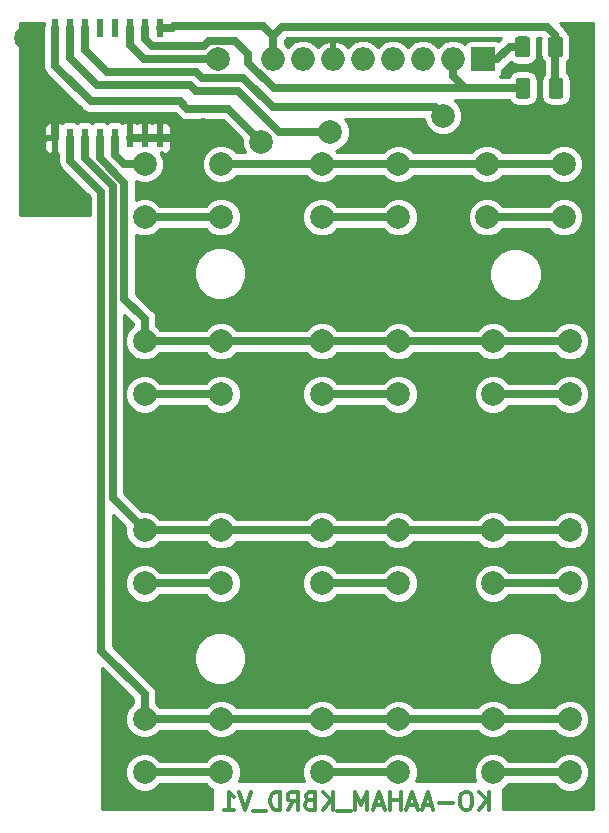
<source format=gbr>
G04 #@! TF.GenerationSoftware,KiCad,Pcbnew,5.0.2+dfsg1-1*
G04 #@! TF.CreationDate,2021-09-16T10:52:53+05:30*
G04 #@! TF.ProjectId,KEYBORD_PCB_V1,4b455942-4f52-4445-9f50-43425f56312e,rev?*
G04 #@! TF.SameCoordinates,Original*
G04 #@! TF.FileFunction,Copper,L2,Bot*
G04 #@! TF.FilePolarity,Positive*
%FSLAX46Y46*%
G04 Gerber Fmt 4.6, Leading zero omitted, Abs format (unit mm)*
G04 Created by KiCad (PCBNEW 5.0.2+dfsg1-1) date Thu 16 Sep 2021 10:52:53 AM IST*
%MOMM*%
%LPD*%
G01*
G04 APERTURE LIST*
G04 #@! TA.AperFunction,NonConductor*
%ADD10C,0.300000*%
G04 #@! TD*
G04 #@! TA.AperFunction,Conductor*
%ADD11C,0.100000*%
G04 #@! TD*
G04 #@! TA.AperFunction,SMDPad,CuDef*
%ADD12C,1.250000*%
G04 #@! TD*
G04 #@! TA.AperFunction,ComponentPad*
%ADD13O,2.000000X2.000000*%
G04 #@! TD*
G04 #@! TA.AperFunction,ComponentPad*
%ADD14R,2.000000X2.000000*%
G04 #@! TD*
G04 #@! TA.AperFunction,SMDPad,CuDef*
%ADD15R,0.600000X1.500000*%
G04 #@! TD*
G04 #@! TA.AperFunction,ComponentPad*
%ADD16C,2.000000*%
G04 #@! TD*
G04 #@! TA.AperFunction,ViaPad*
%ADD17C,2.000000*%
G04 #@! TD*
G04 #@! TA.AperFunction,Conductor*
%ADD18C,0.700000*%
G04 #@! TD*
G04 #@! TA.AperFunction,Conductor*
%ADD19C,0.254000*%
G04 #@! TD*
G04 APERTURE END LIST*
D10*
X106178571Y-103668571D02*
X106178571Y-102168571D01*
X105321428Y-103668571D02*
X105964285Y-102811428D01*
X105321428Y-102168571D02*
X106178571Y-103025714D01*
X104392857Y-102168571D02*
X104107142Y-102168571D01*
X103964285Y-102240000D01*
X103821428Y-102382857D01*
X103750000Y-102668571D01*
X103750000Y-103168571D01*
X103821428Y-103454285D01*
X103964285Y-103597142D01*
X104107142Y-103668571D01*
X104392857Y-103668571D01*
X104535714Y-103597142D01*
X104678571Y-103454285D01*
X104750000Y-103168571D01*
X104750000Y-102668571D01*
X104678571Y-102382857D01*
X104535714Y-102240000D01*
X104392857Y-102168571D01*
X103107142Y-103097142D02*
X101964285Y-103097142D01*
X101321428Y-103240000D02*
X100607142Y-103240000D01*
X101464285Y-103668571D02*
X100964285Y-102168571D01*
X100464285Y-103668571D01*
X100035714Y-103240000D02*
X99321428Y-103240000D01*
X100178571Y-103668571D02*
X99678571Y-102168571D01*
X99178571Y-103668571D01*
X98678571Y-103668571D02*
X98678571Y-102168571D01*
X98678571Y-102882857D02*
X97821428Y-102882857D01*
X97821428Y-103668571D02*
X97821428Y-102168571D01*
X97178571Y-103240000D02*
X96464285Y-103240000D01*
X97321428Y-103668571D02*
X96821428Y-102168571D01*
X96321428Y-103668571D01*
X95821428Y-103668571D02*
X95821428Y-102168571D01*
X95321428Y-103240000D01*
X94821428Y-102168571D01*
X94821428Y-103668571D01*
X94464285Y-103811428D02*
X93321428Y-103811428D01*
X92964285Y-103668571D02*
X92964285Y-102168571D01*
X92107142Y-103668571D02*
X92750000Y-102811428D01*
X92107142Y-102168571D02*
X92964285Y-103025714D01*
X90964285Y-102882857D02*
X90750000Y-102954285D01*
X90678571Y-103025714D01*
X90607142Y-103168571D01*
X90607142Y-103382857D01*
X90678571Y-103525714D01*
X90750000Y-103597142D01*
X90892857Y-103668571D01*
X91464285Y-103668571D01*
X91464285Y-102168571D01*
X90964285Y-102168571D01*
X90821428Y-102240000D01*
X90750000Y-102311428D01*
X90678571Y-102454285D01*
X90678571Y-102597142D01*
X90750000Y-102740000D01*
X90821428Y-102811428D01*
X90964285Y-102882857D01*
X91464285Y-102882857D01*
X89107142Y-103668571D02*
X89607142Y-102954285D01*
X89964285Y-103668571D02*
X89964285Y-102168571D01*
X89392857Y-102168571D01*
X89250000Y-102240000D01*
X89178571Y-102311428D01*
X89107142Y-102454285D01*
X89107142Y-102668571D01*
X89178571Y-102811428D01*
X89250000Y-102882857D01*
X89392857Y-102954285D01*
X89964285Y-102954285D01*
X88464285Y-103668571D02*
X88464285Y-102168571D01*
X88107142Y-102168571D01*
X87892857Y-102240000D01*
X87750000Y-102382857D01*
X87678571Y-102525714D01*
X87607142Y-102811428D01*
X87607142Y-103025714D01*
X87678571Y-103311428D01*
X87750000Y-103454285D01*
X87892857Y-103597142D01*
X88107142Y-103668571D01*
X88464285Y-103668571D01*
X87321428Y-103811428D02*
X86178571Y-103811428D01*
X86035714Y-102168571D02*
X85535714Y-103668571D01*
X85035714Y-102168571D01*
X83750000Y-103668571D02*
X84607142Y-103668571D01*
X84178571Y-103668571D02*
X84178571Y-102168571D01*
X84321428Y-102382857D01*
X84464285Y-102525714D01*
X84607142Y-102597142D01*
D11*
G04 #@! TO.N,SDA*
G04 #@! TO.C,R2*
G36*
X109439504Y-41716204D02*
X109463773Y-41719804D01*
X109487571Y-41725765D01*
X109510671Y-41734030D01*
X109532849Y-41744520D01*
X109553893Y-41757133D01*
X109573598Y-41771747D01*
X109591777Y-41788223D01*
X109608253Y-41806402D01*
X109622867Y-41826107D01*
X109635480Y-41847151D01*
X109645970Y-41869329D01*
X109654235Y-41892429D01*
X109660196Y-41916227D01*
X109663796Y-41940496D01*
X109665000Y-41965000D01*
X109665000Y-43215000D01*
X109663796Y-43239504D01*
X109660196Y-43263773D01*
X109654235Y-43287571D01*
X109645970Y-43310671D01*
X109635480Y-43332849D01*
X109622867Y-43353893D01*
X109608253Y-43373598D01*
X109591777Y-43391777D01*
X109573598Y-43408253D01*
X109553893Y-43422867D01*
X109532849Y-43435480D01*
X109510671Y-43445970D01*
X109487571Y-43454235D01*
X109463773Y-43460196D01*
X109439504Y-43463796D01*
X109415000Y-43465000D01*
X108665000Y-43465000D01*
X108640496Y-43463796D01*
X108616227Y-43460196D01*
X108592429Y-43454235D01*
X108569329Y-43445970D01*
X108547151Y-43435480D01*
X108526107Y-43422867D01*
X108506402Y-43408253D01*
X108488223Y-43391777D01*
X108471747Y-43373598D01*
X108457133Y-43353893D01*
X108444520Y-43332849D01*
X108434030Y-43310671D01*
X108425765Y-43287571D01*
X108419804Y-43263773D01*
X108416204Y-43239504D01*
X108415000Y-43215000D01*
X108415000Y-41965000D01*
X108416204Y-41940496D01*
X108419804Y-41916227D01*
X108425765Y-41892429D01*
X108434030Y-41869329D01*
X108444520Y-41847151D01*
X108457133Y-41826107D01*
X108471747Y-41806402D01*
X108488223Y-41788223D01*
X108506402Y-41771747D01*
X108526107Y-41757133D01*
X108547151Y-41744520D01*
X108569329Y-41734030D01*
X108592429Y-41725765D01*
X108616227Y-41719804D01*
X108640496Y-41716204D01*
X108665000Y-41715000D01*
X109415000Y-41715000D01*
X109439504Y-41716204D01*
X109439504Y-41716204D01*
G37*
D12*
G04 #@! TD*
G04 #@! TO.P,R2,1*
G04 #@! TO.N,SDA*
X109040000Y-42590000D03*
D11*
G04 #@! TO.N,+3V3*
G04 #@! TO.C,R2*
G36*
X112239504Y-41716204D02*
X112263773Y-41719804D01*
X112287571Y-41725765D01*
X112310671Y-41734030D01*
X112332849Y-41744520D01*
X112353893Y-41757133D01*
X112373598Y-41771747D01*
X112391777Y-41788223D01*
X112408253Y-41806402D01*
X112422867Y-41826107D01*
X112435480Y-41847151D01*
X112445970Y-41869329D01*
X112454235Y-41892429D01*
X112460196Y-41916227D01*
X112463796Y-41940496D01*
X112465000Y-41965000D01*
X112465000Y-43215000D01*
X112463796Y-43239504D01*
X112460196Y-43263773D01*
X112454235Y-43287571D01*
X112445970Y-43310671D01*
X112435480Y-43332849D01*
X112422867Y-43353893D01*
X112408253Y-43373598D01*
X112391777Y-43391777D01*
X112373598Y-43408253D01*
X112353893Y-43422867D01*
X112332849Y-43435480D01*
X112310671Y-43445970D01*
X112287571Y-43454235D01*
X112263773Y-43460196D01*
X112239504Y-43463796D01*
X112215000Y-43465000D01*
X111465000Y-43465000D01*
X111440496Y-43463796D01*
X111416227Y-43460196D01*
X111392429Y-43454235D01*
X111369329Y-43445970D01*
X111347151Y-43435480D01*
X111326107Y-43422867D01*
X111306402Y-43408253D01*
X111288223Y-43391777D01*
X111271747Y-43373598D01*
X111257133Y-43353893D01*
X111244520Y-43332849D01*
X111234030Y-43310671D01*
X111225765Y-43287571D01*
X111219804Y-43263773D01*
X111216204Y-43239504D01*
X111215000Y-43215000D01*
X111215000Y-41965000D01*
X111216204Y-41940496D01*
X111219804Y-41916227D01*
X111225765Y-41892429D01*
X111234030Y-41869329D01*
X111244520Y-41847151D01*
X111257133Y-41826107D01*
X111271747Y-41806402D01*
X111288223Y-41788223D01*
X111306402Y-41771747D01*
X111326107Y-41757133D01*
X111347151Y-41744520D01*
X111369329Y-41734030D01*
X111392429Y-41725765D01*
X111416227Y-41719804D01*
X111440496Y-41716204D01*
X111465000Y-41715000D01*
X112215000Y-41715000D01*
X112239504Y-41716204D01*
X112239504Y-41716204D01*
G37*
D12*
G04 #@! TD*
G04 #@! TO.P,R2,2*
G04 #@! TO.N,+3V3*
X111840000Y-42590000D03*
D13*
G04 #@! TO.P,J1,8*
G04 #@! TO.N,+3V3*
X87870000Y-40150000D03*
G04 #@! TO.P,J1,7*
G04 #@! TO.N,Net-(J1-Pad7)*
X90410000Y-40150000D03*
G04 #@! TO.P,J1,6*
G04 #@! TO.N,GND*
X92950000Y-40150000D03*
G04 #@! TO.P,J1,5*
G04 #@! TO.N,Net-(J1-Pad5)*
X95490000Y-40150000D03*
G04 #@! TO.P,J1,4*
G04 #@! TO.N,Net-(J1-Pad4)*
X98030000Y-40150000D03*
G04 #@! TO.P,J1,3*
G04 #@! TO.N,Net-(J1-Pad3)*
X100570000Y-40150000D03*
G04 #@! TO.P,J1,2*
G04 #@! TO.N,SDA*
X103110000Y-40150000D03*
D14*
G04 #@! TO.P,J1,1*
G04 #@! TO.N,SCL*
X105650000Y-40150000D03*
G04 #@! TD*
D11*
G04 #@! TO.N,SCL*
G04 #@! TO.C,R1*
G36*
X109389504Y-38206204D02*
X109413773Y-38209804D01*
X109437571Y-38215765D01*
X109460671Y-38224030D01*
X109482849Y-38234520D01*
X109503893Y-38247133D01*
X109523598Y-38261747D01*
X109541777Y-38278223D01*
X109558253Y-38296402D01*
X109572867Y-38316107D01*
X109585480Y-38337151D01*
X109595970Y-38359329D01*
X109604235Y-38382429D01*
X109610196Y-38406227D01*
X109613796Y-38430496D01*
X109615000Y-38455000D01*
X109615000Y-39705000D01*
X109613796Y-39729504D01*
X109610196Y-39753773D01*
X109604235Y-39777571D01*
X109595970Y-39800671D01*
X109585480Y-39822849D01*
X109572867Y-39843893D01*
X109558253Y-39863598D01*
X109541777Y-39881777D01*
X109523598Y-39898253D01*
X109503893Y-39912867D01*
X109482849Y-39925480D01*
X109460671Y-39935970D01*
X109437571Y-39944235D01*
X109413773Y-39950196D01*
X109389504Y-39953796D01*
X109365000Y-39955000D01*
X108615000Y-39955000D01*
X108590496Y-39953796D01*
X108566227Y-39950196D01*
X108542429Y-39944235D01*
X108519329Y-39935970D01*
X108497151Y-39925480D01*
X108476107Y-39912867D01*
X108456402Y-39898253D01*
X108438223Y-39881777D01*
X108421747Y-39863598D01*
X108407133Y-39843893D01*
X108394520Y-39822849D01*
X108384030Y-39800671D01*
X108375765Y-39777571D01*
X108369804Y-39753773D01*
X108366204Y-39729504D01*
X108365000Y-39705000D01*
X108365000Y-38455000D01*
X108366204Y-38430496D01*
X108369804Y-38406227D01*
X108375765Y-38382429D01*
X108384030Y-38359329D01*
X108394520Y-38337151D01*
X108407133Y-38316107D01*
X108421747Y-38296402D01*
X108438223Y-38278223D01*
X108456402Y-38261747D01*
X108476107Y-38247133D01*
X108497151Y-38234520D01*
X108519329Y-38224030D01*
X108542429Y-38215765D01*
X108566227Y-38209804D01*
X108590496Y-38206204D01*
X108615000Y-38205000D01*
X109365000Y-38205000D01*
X109389504Y-38206204D01*
X109389504Y-38206204D01*
G37*
D12*
G04 #@! TD*
G04 #@! TO.P,R1,2*
G04 #@! TO.N,SCL*
X108990000Y-39080000D03*
D11*
G04 #@! TO.N,+3V3*
G04 #@! TO.C,R1*
G36*
X112189504Y-38206204D02*
X112213773Y-38209804D01*
X112237571Y-38215765D01*
X112260671Y-38224030D01*
X112282849Y-38234520D01*
X112303893Y-38247133D01*
X112323598Y-38261747D01*
X112341777Y-38278223D01*
X112358253Y-38296402D01*
X112372867Y-38316107D01*
X112385480Y-38337151D01*
X112395970Y-38359329D01*
X112404235Y-38382429D01*
X112410196Y-38406227D01*
X112413796Y-38430496D01*
X112415000Y-38455000D01*
X112415000Y-39705000D01*
X112413796Y-39729504D01*
X112410196Y-39753773D01*
X112404235Y-39777571D01*
X112395970Y-39800671D01*
X112385480Y-39822849D01*
X112372867Y-39843893D01*
X112358253Y-39863598D01*
X112341777Y-39881777D01*
X112323598Y-39898253D01*
X112303893Y-39912867D01*
X112282849Y-39925480D01*
X112260671Y-39935970D01*
X112237571Y-39944235D01*
X112213773Y-39950196D01*
X112189504Y-39953796D01*
X112165000Y-39955000D01*
X111415000Y-39955000D01*
X111390496Y-39953796D01*
X111366227Y-39950196D01*
X111342429Y-39944235D01*
X111319329Y-39935970D01*
X111297151Y-39925480D01*
X111276107Y-39912867D01*
X111256402Y-39898253D01*
X111238223Y-39881777D01*
X111221747Y-39863598D01*
X111207133Y-39843893D01*
X111194520Y-39822849D01*
X111184030Y-39800671D01*
X111175765Y-39777571D01*
X111169804Y-39753773D01*
X111166204Y-39729504D01*
X111165000Y-39705000D01*
X111165000Y-38455000D01*
X111166204Y-38430496D01*
X111169804Y-38406227D01*
X111175765Y-38382429D01*
X111184030Y-38359329D01*
X111194520Y-38337151D01*
X111207133Y-38316107D01*
X111221747Y-38296402D01*
X111238223Y-38278223D01*
X111256402Y-38261747D01*
X111276107Y-38247133D01*
X111297151Y-38234520D01*
X111319329Y-38224030D01*
X111342429Y-38215765D01*
X111366227Y-38209804D01*
X111390496Y-38206204D01*
X111415000Y-38205000D01*
X112165000Y-38205000D01*
X112189504Y-38206204D01*
X112189504Y-38206204D01*
G37*
D12*
G04 #@! TD*
G04 #@! TO.P,R1,1*
G04 #@! TO.N,+3V3*
X111790000Y-39080000D03*
D15*
G04 #@! TO.P,U1,1*
G04 #@! TO.N,GND*
X78285000Y-46790000D03*
G04 #@! TO.P,U1,2*
X77015000Y-46790000D03*
G04 #@! TO.P,U1,3*
X75745000Y-46790000D03*
G04 #@! TO.P,U1,4*
G04 #@! TO.N,R1*
X74475000Y-46790000D03*
G04 #@! TO.P,U1,5*
G04 #@! TO.N,R2*
X73205000Y-46790000D03*
G04 #@! TO.P,U1,6*
G04 #@! TO.N,R3*
X71935000Y-46790000D03*
G04 #@! TO.P,U1,7*
G04 #@! TO.N,R4*
X70665000Y-46790000D03*
G04 #@! TO.P,U1,8*
G04 #@! TO.N,GND*
X69395000Y-46790000D03*
G04 #@! TO.P,U1,9*
G04 #@! TO.N,C1*
X69395000Y-37490000D03*
G04 #@! TO.P,U1,10*
G04 #@! TO.N,C2*
X70665000Y-37490000D03*
G04 #@! TO.P,U1,11*
G04 #@! TO.N,C3*
X71935000Y-37490000D03*
G04 #@! TO.P,U1,12*
G04 #@! TO.N,Net-(U1-Pad12)*
X73205000Y-37490000D03*
G04 #@! TO.P,U1,13*
G04 #@! TO.N,Net-(U1-Pad13)*
X74475000Y-37490000D03*
G04 #@! TO.P,U1,14*
G04 #@! TO.N,SCL*
X75745000Y-37490000D03*
G04 #@! TO.P,U1,15*
G04 #@! TO.N,SDA*
X77015000Y-37490000D03*
G04 #@! TO.P,U1,16*
G04 #@! TO.N,+3V3*
X78285000Y-37490000D03*
G04 #@! TD*
D16*
G04 #@! TO.P,SW1,2*
G04 #@! TO.N,C1*
X77000000Y-53500000D03*
G04 #@! TO.P,SW1,1*
G04 #@! TO.N,R1*
X77000000Y-49000000D03*
G04 #@! TO.P,SW1,2*
G04 #@! TO.N,C1*
X83500000Y-53500000D03*
G04 #@! TO.P,SW1,1*
G04 #@! TO.N,R1*
X83500000Y-49000000D03*
G04 #@! TD*
G04 #@! TO.P,SW2,1*
G04 #@! TO.N,R2*
X83500000Y-64000000D03*
G04 #@! TO.P,SW2,2*
G04 #@! TO.N,C1*
X83500000Y-68500000D03*
G04 #@! TO.P,SW2,1*
G04 #@! TO.N,R2*
X77000000Y-64000000D03*
G04 #@! TO.P,SW2,2*
G04 #@! TO.N,C1*
X77000000Y-68500000D03*
G04 #@! TD*
G04 #@! TO.P,SW3,1*
G04 #@! TO.N,R3*
X83500000Y-80000000D03*
G04 #@! TO.P,SW3,2*
G04 #@! TO.N,C1*
X83500000Y-84500000D03*
G04 #@! TO.P,SW3,1*
G04 #@! TO.N,R3*
X77000000Y-80000000D03*
G04 #@! TO.P,SW3,2*
G04 #@! TO.N,C1*
X77000000Y-84500000D03*
G04 #@! TD*
G04 #@! TO.P,SW4,2*
G04 #@! TO.N,C1*
X77000000Y-100500000D03*
G04 #@! TO.P,SW4,1*
G04 #@! TO.N,R4*
X77000000Y-96000000D03*
G04 #@! TO.P,SW4,2*
G04 #@! TO.N,C1*
X83500000Y-100500000D03*
G04 #@! TO.P,SW4,1*
G04 #@! TO.N,R4*
X83500000Y-96000000D03*
G04 #@! TD*
G04 #@! TO.P,SW5,1*
G04 #@! TO.N,R1*
X98500000Y-49000000D03*
G04 #@! TO.P,SW5,2*
G04 #@! TO.N,C2*
X98500000Y-53500000D03*
G04 #@! TO.P,SW5,1*
G04 #@! TO.N,R1*
X92000000Y-49000000D03*
G04 #@! TO.P,SW5,2*
G04 #@! TO.N,C2*
X92000000Y-53500000D03*
G04 #@! TD*
G04 #@! TO.P,SW6,1*
G04 #@! TO.N,R2*
X98500000Y-64000000D03*
G04 #@! TO.P,SW6,2*
G04 #@! TO.N,C2*
X98500000Y-68500000D03*
G04 #@! TO.P,SW6,1*
G04 #@! TO.N,R2*
X92000000Y-64000000D03*
G04 #@! TO.P,SW6,2*
G04 #@! TO.N,C2*
X92000000Y-68500000D03*
G04 #@! TD*
G04 #@! TO.P,SW7,2*
G04 #@! TO.N,C2*
X92000000Y-84500000D03*
G04 #@! TO.P,SW7,1*
G04 #@! TO.N,R3*
X92000000Y-80000000D03*
G04 #@! TO.P,SW7,2*
G04 #@! TO.N,C2*
X98500000Y-84500000D03*
G04 #@! TO.P,SW7,1*
G04 #@! TO.N,R3*
X98500000Y-80000000D03*
G04 #@! TD*
G04 #@! TO.P,SW8,1*
G04 #@! TO.N,R4*
X98500000Y-96000000D03*
G04 #@! TO.P,SW8,2*
G04 #@! TO.N,C2*
X98500000Y-100500000D03*
G04 #@! TO.P,SW8,1*
G04 #@! TO.N,R4*
X92000000Y-96000000D03*
G04 #@! TO.P,SW8,2*
G04 #@! TO.N,C2*
X92000000Y-100500000D03*
G04 #@! TD*
G04 #@! TO.P,SW9,2*
G04 #@! TO.N,C3*
X106000000Y-53500000D03*
G04 #@! TO.P,SW9,1*
G04 #@! TO.N,R1*
X106000000Y-49000000D03*
G04 #@! TO.P,SW9,2*
G04 #@! TO.N,C3*
X112500000Y-53500000D03*
G04 #@! TO.P,SW9,1*
G04 #@! TO.N,R1*
X112500000Y-49000000D03*
G04 #@! TD*
G04 #@! TO.P,SW10,2*
G04 #@! TO.N,C3*
X106500000Y-68500000D03*
G04 #@! TO.P,SW10,1*
G04 #@! TO.N,R2*
X106500000Y-64000000D03*
G04 #@! TO.P,SW10,2*
G04 #@! TO.N,C3*
X113000000Y-68500000D03*
G04 #@! TO.P,SW10,1*
G04 #@! TO.N,R2*
X113000000Y-64000000D03*
G04 #@! TD*
G04 #@! TO.P,SW11,2*
G04 #@! TO.N,C3*
X106500000Y-84500000D03*
G04 #@! TO.P,SW11,1*
G04 #@! TO.N,R3*
X106500000Y-80000000D03*
G04 #@! TO.P,SW11,2*
G04 #@! TO.N,C3*
X113000000Y-84500000D03*
G04 #@! TO.P,SW11,1*
G04 #@! TO.N,R3*
X113000000Y-80000000D03*
G04 #@! TD*
G04 #@! TO.P,SW12,1*
G04 #@! TO.N,R4*
X113000000Y-96000000D03*
G04 #@! TO.P,SW12,2*
G04 #@! TO.N,C3*
X113000000Y-100500000D03*
G04 #@! TO.P,SW12,1*
G04 #@! TO.N,R4*
X106500000Y-96000000D03*
G04 #@! TO.P,SW12,2*
G04 #@! TO.N,C3*
X106500000Y-100500000D03*
G04 #@! TD*
D17*
G04 #@! TO.N,GND*
X66990010Y-38360000D03*
X81970000Y-46140000D03*
G04 #@! TO.N,C1*
X86880003Y-47140000D03*
G04 #@! TO.N,C2*
X92730000Y-46280000D03*
G04 #@! TO.N,C3*
X102280000Y-44910000D03*
G04 #@! TO.N,SCL*
X83200024Y-40140000D03*
G04 #@! TD*
D18*
G04 #@! TO.N,R4*
X70665000Y-46790000D02*
X70665000Y-48715000D01*
X73340010Y-51390010D02*
X73340010Y-90210010D01*
X70665000Y-48715000D02*
X73340010Y-51390010D01*
X77000000Y-93870000D02*
X77000000Y-96000000D01*
X73340010Y-90210010D02*
X77000000Y-93870000D01*
X77000000Y-96000000D02*
X113000000Y-96000000D01*
G04 #@! TO.N,R3*
X77000000Y-80000000D02*
X113000000Y-80000000D01*
X74300000Y-77300000D02*
X76000001Y-79000001D01*
X76000001Y-79000001D02*
X77000000Y-80000000D01*
X71935000Y-46790000D02*
X71935000Y-48487806D01*
X74300000Y-50852806D02*
X74300000Y-77300000D01*
X71935000Y-48487806D02*
X74300000Y-50852806D01*
G04 #@! TO.N,R2*
X113000000Y-64000000D02*
X77000000Y-64000000D01*
X77000000Y-62090000D02*
X77000000Y-64000000D01*
X75300000Y-60390000D02*
X77000000Y-62090000D01*
X75300000Y-50580000D02*
X75300000Y-60390000D01*
X73205000Y-46790000D02*
X73205000Y-48485000D01*
X73205000Y-48485000D02*
X75300000Y-50580000D01*
G04 #@! TO.N,R1*
X75235000Y-49000000D02*
X75585787Y-49000000D01*
X74475000Y-48240000D02*
X75235000Y-49000000D01*
X75585787Y-49000000D02*
X77000000Y-49000000D01*
X74475000Y-46790000D02*
X74475000Y-48240000D01*
X112500000Y-49000000D02*
X83500000Y-49000000D01*
G04 #@! TO.N,+3V3*
X87870000Y-38190000D02*
X87870000Y-40150000D01*
X111790000Y-42540000D02*
X111840000Y-42590000D01*
X111790000Y-39080000D02*
X111790000Y-42540000D01*
X88680000Y-37380000D02*
X87870000Y-38190000D01*
X111065000Y-37380000D02*
X88680000Y-37380000D01*
X111790000Y-39080000D02*
X111790000Y-38105000D01*
X111790000Y-38105000D02*
X111065000Y-37380000D01*
X87010000Y-37330000D02*
X87870000Y-38190000D01*
X79480000Y-37330000D02*
X87010000Y-37330000D01*
X79320000Y-37490000D02*
X79480000Y-37330000D01*
X78285000Y-37490000D02*
X79320000Y-37490000D01*
G04 #@! TO.N,GND*
X78285000Y-46790000D02*
X75745000Y-46790000D01*
X81862501Y-46032501D02*
X81970000Y-46140000D01*
X79895787Y-46800000D02*
X80555787Y-46140000D01*
X80555787Y-46140000D02*
X81970000Y-46140000D01*
X75740000Y-46810000D02*
X75750000Y-46800000D01*
X75750000Y-46800000D02*
X79895787Y-46800000D01*
X66990010Y-39774213D02*
X66990010Y-38360000D01*
X66990010Y-43590010D02*
X66990010Y-39774213D01*
X67270000Y-43870000D02*
X66990010Y-43590010D01*
X67925000Y-43870000D02*
X67270000Y-43870000D01*
X69395000Y-46790000D02*
X69395000Y-45340000D01*
X69395000Y-45340000D02*
X67925000Y-43870000D01*
G04 #@! TO.N,C1*
X77000000Y-53500000D02*
X83500000Y-53500000D01*
X77000000Y-68500000D02*
X83500000Y-68500000D01*
X77000000Y-84500000D02*
X83500000Y-84500000D01*
X77000000Y-100500000D02*
X83500000Y-100500000D01*
X69395000Y-40027806D02*
X69400000Y-40032806D01*
X69395000Y-37490000D02*
X69395000Y-40027806D01*
X69400000Y-40032806D02*
X69400000Y-40670000D01*
X69400000Y-40670000D02*
X72430000Y-43700000D01*
X72430000Y-43700000D02*
X80010000Y-43700000D01*
X80010000Y-43700000D02*
X80620000Y-44310000D01*
X80620000Y-44310000D02*
X84070000Y-44310000D01*
X84070000Y-44310000D02*
X86950000Y-47190000D01*
G04 #@! TO.N,C2*
X72990000Y-42350000D02*
X70660000Y-40020000D01*
X81330000Y-42860000D02*
X80820000Y-42350000D01*
X84950000Y-42860000D02*
X81330000Y-42860000D01*
X80820000Y-42350000D02*
X72990000Y-42350000D01*
X88380000Y-46290000D02*
X84950000Y-42860000D01*
X92680000Y-46290000D02*
X88380000Y-46290000D01*
X70665000Y-40015000D02*
X70660000Y-40020000D01*
X70665000Y-37490000D02*
X70665000Y-40015000D01*
X92000000Y-100500000D02*
X98500000Y-100500000D01*
X92000000Y-84500000D02*
X98500000Y-84500000D01*
X92000000Y-68500000D02*
X98500000Y-68500000D01*
X92000000Y-53500000D02*
X98500000Y-53500000D01*
G04 #@! TO.N,C3*
X106500000Y-100500000D02*
X113000000Y-100500000D01*
X106500000Y-84500000D02*
X113000000Y-84500000D01*
X106500000Y-68500000D02*
X113000000Y-68500000D01*
X106000000Y-53500000D02*
X112500000Y-53500000D01*
X101610000Y-44200000D02*
X102320000Y-44910000D01*
X85340002Y-41690002D02*
X87850000Y-44200000D01*
X81860002Y-41690002D02*
X85340002Y-41690002D01*
X71935000Y-38940000D02*
X71940000Y-38945000D01*
X71935000Y-37490000D02*
X71935000Y-38940000D01*
X71940000Y-38945000D02*
X71940000Y-39330000D01*
X87850000Y-44200000D02*
X101610000Y-44200000D01*
X71940000Y-39330000D02*
X73830000Y-41220000D01*
X81390000Y-41220000D02*
X81860002Y-41690002D01*
X73830000Y-41220000D02*
X81390000Y-41220000D01*
G04 #@! TO.N,SDA*
X104135787Y-42590000D02*
X109040000Y-42590000D01*
X104045787Y-42500000D02*
X104135787Y-42590000D01*
X103110000Y-41564213D02*
X104045787Y-42500000D01*
X103110000Y-40150000D02*
X103110000Y-41564213D01*
X103955787Y-42590000D02*
X104045787Y-42500000D01*
X87944003Y-42590000D02*
X103955787Y-42590000D01*
X77015000Y-38375000D02*
X77669998Y-39029998D01*
X77015000Y-37490000D02*
X77015000Y-38375000D01*
X85780002Y-40425999D02*
X87944003Y-42590000D01*
X85780002Y-39725998D02*
X85780002Y-40425999D01*
X77669998Y-39029998D02*
X82015997Y-39029998D01*
X82015997Y-39029998D02*
X82455997Y-38589998D01*
X82455997Y-38589998D02*
X84644002Y-38589998D01*
X84644002Y-38589998D02*
X85780002Y-39725998D01*
G04 #@! TO.N,SCL*
X105650000Y-40150000D02*
X106830000Y-40150000D01*
X107900000Y-39080000D02*
X108990000Y-39080000D01*
X106830000Y-40150000D02*
X107900000Y-39080000D01*
X81785811Y-40140000D02*
X83200024Y-40140000D01*
X76945000Y-40140000D02*
X81785811Y-40140000D01*
X75745000Y-37490000D02*
X75745000Y-38940000D01*
X75745000Y-38940000D02*
X76945000Y-40140000D01*
G04 #@! TD*
D19*
G04 #@! TO.N,GND*
G36*
X68447560Y-37204163D02*
X68410000Y-37392989D01*
X68410001Y-39930793D01*
X68390704Y-40027806D01*
X68415000Y-40149951D01*
X68415000Y-40572992D01*
X68395704Y-40670000D01*
X68415000Y-40767008D01*
X68415000Y-40767012D01*
X68428658Y-40835672D01*
X68472151Y-41054327D01*
X68634902Y-41297902D01*
X68634905Y-41297905D01*
X68689856Y-41380145D01*
X68772096Y-41435096D01*
X71664902Y-44327902D01*
X71719855Y-44410145D01*
X72045672Y-44627849D01*
X72332988Y-44685000D01*
X72332991Y-44685000D01*
X72429999Y-44704296D01*
X72527007Y-44685000D01*
X79602000Y-44685000D01*
X79854900Y-44937899D01*
X79909855Y-45020145D01*
X80235672Y-45237849D01*
X80522988Y-45295000D01*
X80522991Y-45295000D01*
X80619999Y-45314296D01*
X80717007Y-45295000D01*
X83662000Y-45295000D01*
X85245003Y-46878003D01*
X85245003Y-47465222D01*
X85472729Y-48015000D01*
X84827239Y-48015000D01*
X84426153Y-47613914D01*
X83825222Y-47365000D01*
X83174778Y-47365000D01*
X82573847Y-47613914D01*
X82113914Y-48073847D01*
X81865000Y-48674778D01*
X81865000Y-49325222D01*
X82113914Y-49926153D01*
X82573847Y-50386086D01*
X83174778Y-50635000D01*
X83825222Y-50635000D01*
X84426153Y-50386086D01*
X84827239Y-49985000D01*
X90672761Y-49985000D01*
X91073847Y-50386086D01*
X91674778Y-50635000D01*
X92325222Y-50635000D01*
X92926153Y-50386086D01*
X93327239Y-49985000D01*
X97172761Y-49985000D01*
X97573847Y-50386086D01*
X98174778Y-50635000D01*
X98825222Y-50635000D01*
X99426153Y-50386086D01*
X99827239Y-49985000D01*
X104672761Y-49985000D01*
X105073847Y-50386086D01*
X105674778Y-50635000D01*
X106325222Y-50635000D01*
X106926153Y-50386086D01*
X107327239Y-49985000D01*
X111172761Y-49985000D01*
X111573847Y-50386086D01*
X112174778Y-50635000D01*
X112825222Y-50635000D01*
X113426153Y-50386086D01*
X113886086Y-49926153D01*
X114135000Y-49325222D01*
X114135000Y-48674778D01*
X113886086Y-48073847D01*
X113426153Y-47613914D01*
X112825222Y-47365000D01*
X112174778Y-47365000D01*
X111573847Y-47613914D01*
X111172761Y-48015000D01*
X107327239Y-48015000D01*
X106926153Y-47613914D01*
X106325222Y-47365000D01*
X105674778Y-47365000D01*
X105073847Y-47613914D01*
X104672761Y-48015000D01*
X99827239Y-48015000D01*
X99426153Y-47613914D01*
X98825222Y-47365000D01*
X98174778Y-47365000D01*
X97573847Y-47613914D01*
X97172761Y-48015000D01*
X93327239Y-48015000D01*
X93176856Y-47864617D01*
X93656153Y-47666086D01*
X94116086Y-47206153D01*
X94365000Y-46605222D01*
X94365000Y-45954778D01*
X94116086Y-45353847D01*
X93947239Y-45185000D01*
X100645000Y-45185000D01*
X100645000Y-45235222D01*
X100893914Y-45836153D01*
X101353847Y-46296086D01*
X101954778Y-46545000D01*
X102605222Y-46545000D01*
X103206153Y-46296086D01*
X103666086Y-45836153D01*
X103915000Y-45235222D01*
X103915000Y-44584778D01*
X103666086Y-43983847D01*
X103257239Y-43575000D01*
X103858779Y-43575000D01*
X103955787Y-43594296D01*
X104045787Y-43576394D01*
X104135786Y-43594296D01*
X104232794Y-43575000D01*
X107846942Y-43575000D01*
X108030414Y-43849586D01*
X108321565Y-44044126D01*
X108665000Y-44112440D01*
X109415000Y-44112440D01*
X109758435Y-44044126D01*
X110049586Y-43849586D01*
X110244126Y-43558435D01*
X110312440Y-43215000D01*
X110312440Y-41965000D01*
X110244126Y-41621565D01*
X110049586Y-41330414D01*
X109758435Y-41135874D01*
X109415000Y-41067560D01*
X108665000Y-41067560D01*
X108321565Y-41135874D01*
X108030414Y-41330414D01*
X107846942Y-41605000D01*
X107109686Y-41605000D01*
X107248157Y-41397765D01*
X107297440Y-41150000D01*
X107297440Y-41022315D01*
X107540145Y-40860145D01*
X107595098Y-40777902D01*
X108012185Y-40360815D01*
X108271565Y-40534126D01*
X108615000Y-40602440D01*
X109365000Y-40602440D01*
X109708435Y-40534126D01*
X109999586Y-40339586D01*
X110194126Y-40048435D01*
X110262440Y-39705000D01*
X110262440Y-38455000D01*
X110244538Y-38365000D01*
X110535462Y-38365000D01*
X110517560Y-38455000D01*
X110517560Y-39705000D01*
X110585874Y-40048435D01*
X110780414Y-40339586D01*
X110805000Y-40356014D01*
X110805001Y-41368448D01*
X110635874Y-41621565D01*
X110567560Y-41965000D01*
X110567560Y-43215000D01*
X110635874Y-43558435D01*
X110830414Y-43849586D01*
X111121565Y-44044126D01*
X111465000Y-44112440D01*
X112215000Y-44112440D01*
X112558435Y-44044126D01*
X112849586Y-43849586D01*
X113044126Y-43558435D01*
X113112440Y-43215000D01*
X113112440Y-41965000D01*
X113044126Y-41621565D01*
X112849586Y-41330414D01*
X112775000Y-41280577D01*
X112775000Y-40356014D01*
X112799586Y-40339586D01*
X112994126Y-40048435D01*
X113062440Y-39705000D01*
X113062440Y-38455000D01*
X112994126Y-38111565D01*
X112799586Y-37820414D01*
X112728201Y-37772717D01*
X112717849Y-37720672D01*
X112627665Y-37585702D01*
X112555098Y-37477097D01*
X112555096Y-37477095D01*
X112500145Y-37394855D01*
X112417904Y-37339904D01*
X112153001Y-37075000D01*
X114955000Y-37075000D01*
X114955001Y-103605000D01*
X107320715Y-103605000D01*
X107320715Y-101929760D01*
X107426153Y-101886086D01*
X107827239Y-101485000D01*
X111672761Y-101485000D01*
X112073847Y-101886086D01*
X112674778Y-102135000D01*
X113325222Y-102135000D01*
X113926153Y-101886086D01*
X114386086Y-101426153D01*
X114635000Y-100825222D01*
X114635000Y-100174778D01*
X114386086Y-99573847D01*
X113926153Y-99113914D01*
X113325222Y-98865000D01*
X112674778Y-98865000D01*
X112073847Y-99113914D01*
X111672761Y-99515000D01*
X107827239Y-99515000D01*
X107426153Y-99113914D01*
X106825222Y-98865000D01*
X106174778Y-98865000D01*
X105573847Y-99113914D01*
X105113914Y-99573847D01*
X104865000Y-100174778D01*
X104865000Y-100825222D01*
X105020238Y-101200000D01*
X99979762Y-101200000D01*
X100135000Y-100825222D01*
X100135000Y-100174778D01*
X99886086Y-99573847D01*
X99426153Y-99113914D01*
X98825222Y-98865000D01*
X98174778Y-98865000D01*
X97573847Y-99113914D01*
X97172761Y-99515000D01*
X93327239Y-99515000D01*
X92926153Y-99113914D01*
X92325222Y-98865000D01*
X91674778Y-98865000D01*
X91073847Y-99113914D01*
X90613914Y-99573847D01*
X90365000Y-100174778D01*
X90365000Y-100825222D01*
X90520238Y-101200000D01*
X84979762Y-101200000D01*
X85135000Y-100825222D01*
X85135000Y-100174778D01*
X84886086Y-99573847D01*
X84426153Y-99113914D01*
X83825222Y-98865000D01*
X83174778Y-98865000D01*
X82573847Y-99113914D01*
X82172761Y-99515000D01*
X78327239Y-99515000D01*
X77926153Y-99113914D01*
X77325222Y-98865000D01*
X76674778Y-98865000D01*
X76073847Y-99113914D01*
X75613914Y-99573847D01*
X75365000Y-100174778D01*
X75365000Y-100825222D01*
X75613914Y-101426153D01*
X76073847Y-101886086D01*
X76674778Y-102135000D01*
X77325222Y-102135000D01*
X77926153Y-101886086D01*
X78327239Y-101485000D01*
X82172761Y-101485000D01*
X82573847Y-101886086D01*
X82679286Y-101929760D01*
X82679286Y-103605000D01*
X73425000Y-103605000D01*
X73425000Y-91688000D01*
X76015000Y-94278000D01*
X76015000Y-94672761D01*
X75613914Y-95073847D01*
X75365000Y-95674778D01*
X75365000Y-96325222D01*
X75613914Y-96926153D01*
X76073847Y-97386086D01*
X76674778Y-97635000D01*
X77325222Y-97635000D01*
X77926153Y-97386086D01*
X78327239Y-96985000D01*
X82172761Y-96985000D01*
X82573847Y-97386086D01*
X83174778Y-97635000D01*
X83825222Y-97635000D01*
X84426153Y-97386086D01*
X84827239Y-96985000D01*
X90672761Y-96985000D01*
X91073847Y-97386086D01*
X91674778Y-97635000D01*
X92325222Y-97635000D01*
X92926153Y-97386086D01*
X93327239Y-96985000D01*
X97172761Y-96985000D01*
X97573847Y-97386086D01*
X98174778Y-97635000D01*
X98825222Y-97635000D01*
X99426153Y-97386086D01*
X99827239Y-96985000D01*
X105172761Y-96985000D01*
X105573847Y-97386086D01*
X106174778Y-97635000D01*
X106825222Y-97635000D01*
X107426153Y-97386086D01*
X107827239Y-96985000D01*
X111672761Y-96985000D01*
X112073847Y-97386086D01*
X112674778Y-97635000D01*
X113325222Y-97635000D01*
X113926153Y-97386086D01*
X114386086Y-96926153D01*
X114635000Y-96325222D01*
X114635000Y-95674778D01*
X114386086Y-95073847D01*
X113926153Y-94613914D01*
X113325222Y-94365000D01*
X112674778Y-94365000D01*
X112073847Y-94613914D01*
X111672761Y-95015000D01*
X107827239Y-95015000D01*
X107426153Y-94613914D01*
X106825222Y-94365000D01*
X106174778Y-94365000D01*
X105573847Y-94613914D01*
X105172761Y-95015000D01*
X99827239Y-95015000D01*
X99426153Y-94613914D01*
X98825222Y-94365000D01*
X98174778Y-94365000D01*
X97573847Y-94613914D01*
X97172761Y-95015000D01*
X93327239Y-95015000D01*
X92926153Y-94613914D01*
X92325222Y-94365000D01*
X91674778Y-94365000D01*
X91073847Y-94613914D01*
X90672761Y-95015000D01*
X84827239Y-95015000D01*
X84426153Y-94613914D01*
X83825222Y-94365000D01*
X83174778Y-94365000D01*
X82573847Y-94613914D01*
X82172761Y-95015000D01*
X78327239Y-95015000D01*
X77985000Y-94672761D01*
X77985000Y-93967006D01*
X78004296Y-93869999D01*
X77985000Y-93772992D01*
X77985000Y-93772988D01*
X77927849Y-93485672D01*
X77710145Y-93159855D01*
X77627902Y-93104902D01*
X74918431Y-90395431D01*
X81155000Y-90395431D01*
X81155000Y-91284569D01*
X81495259Y-92106026D01*
X82123974Y-92734741D01*
X82945431Y-93075000D01*
X83834569Y-93075000D01*
X84656026Y-92734741D01*
X85284741Y-92106026D01*
X85625000Y-91284569D01*
X85625000Y-90395431D01*
X106145000Y-90395431D01*
X106145000Y-91284569D01*
X106485259Y-92106026D01*
X107113974Y-92734741D01*
X107935431Y-93075000D01*
X108824569Y-93075000D01*
X109646026Y-92734741D01*
X110274741Y-92106026D01*
X110615000Y-91284569D01*
X110615000Y-90395431D01*
X110274741Y-89573974D01*
X109646026Y-88945259D01*
X108824569Y-88605000D01*
X107935431Y-88605000D01*
X107113974Y-88945259D01*
X106485259Y-89573974D01*
X106145000Y-90395431D01*
X85625000Y-90395431D01*
X85284741Y-89573974D01*
X84656026Y-88945259D01*
X83834569Y-88605000D01*
X82945431Y-88605000D01*
X82123974Y-88945259D01*
X81495259Y-89573974D01*
X81155000Y-90395431D01*
X74918431Y-90395431D01*
X74325010Y-89802010D01*
X74325010Y-84174778D01*
X75365000Y-84174778D01*
X75365000Y-84825222D01*
X75613914Y-85426153D01*
X76073847Y-85886086D01*
X76674778Y-86135000D01*
X77325222Y-86135000D01*
X77926153Y-85886086D01*
X78327239Y-85485000D01*
X82172761Y-85485000D01*
X82573847Y-85886086D01*
X83174778Y-86135000D01*
X83825222Y-86135000D01*
X84426153Y-85886086D01*
X84886086Y-85426153D01*
X85135000Y-84825222D01*
X85135000Y-84174778D01*
X90365000Y-84174778D01*
X90365000Y-84825222D01*
X90613914Y-85426153D01*
X91073847Y-85886086D01*
X91674778Y-86135000D01*
X92325222Y-86135000D01*
X92926153Y-85886086D01*
X93327239Y-85485000D01*
X97172761Y-85485000D01*
X97573847Y-85886086D01*
X98174778Y-86135000D01*
X98825222Y-86135000D01*
X99426153Y-85886086D01*
X99886086Y-85426153D01*
X100135000Y-84825222D01*
X100135000Y-84174778D01*
X104865000Y-84174778D01*
X104865000Y-84825222D01*
X105113914Y-85426153D01*
X105573847Y-85886086D01*
X106174778Y-86135000D01*
X106825222Y-86135000D01*
X107426153Y-85886086D01*
X107827239Y-85485000D01*
X111672761Y-85485000D01*
X112073847Y-85886086D01*
X112674778Y-86135000D01*
X113325222Y-86135000D01*
X113926153Y-85886086D01*
X114386086Y-85426153D01*
X114635000Y-84825222D01*
X114635000Y-84174778D01*
X114386086Y-83573847D01*
X113926153Y-83113914D01*
X113325222Y-82865000D01*
X112674778Y-82865000D01*
X112073847Y-83113914D01*
X111672761Y-83515000D01*
X107827239Y-83515000D01*
X107426153Y-83113914D01*
X106825222Y-82865000D01*
X106174778Y-82865000D01*
X105573847Y-83113914D01*
X105113914Y-83573847D01*
X104865000Y-84174778D01*
X100135000Y-84174778D01*
X99886086Y-83573847D01*
X99426153Y-83113914D01*
X98825222Y-82865000D01*
X98174778Y-82865000D01*
X97573847Y-83113914D01*
X97172761Y-83515000D01*
X93327239Y-83515000D01*
X92926153Y-83113914D01*
X92325222Y-82865000D01*
X91674778Y-82865000D01*
X91073847Y-83113914D01*
X90613914Y-83573847D01*
X90365000Y-84174778D01*
X85135000Y-84174778D01*
X84886086Y-83573847D01*
X84426153Y-83113914D01*
X83825222Y-82865000D01*
X83174778Y-82865000D01*
X82573847Y-83113914D01*
X82172761Y-83515000D01*
X78327239Y-83515000D01*
X77926153Y-83113914D01*
X77325222Y-82865000D01*
X76674778Y-82865000D01*
X76073847Y-83113914D01*
X75613914Y-83573847D01*
X75365000Y-84174778D01*
X74325010Y-84174778D01*
X74325010Y-78718010D01*
X75365000Y-79758000D01*
X75365000Y-80325222D01*
X75613914Y-80926153D01*
X76073847Y-81386086D01*
X76674778Y-81635000D01*
X77325222Y-81635000D01*
X77926153Y-81386086D01*
X78327239Y-80985000D01*
X82172761Y-80985000D01*
X82573847Y-81386086D01*
X83174778Y-81635000D01*
X83825222Y-81635000D01*
X84426153Y-81386086D01*
X84827239Y-80985000D01*
X90672761Y-80985000D01*
X91073847Y-81386086D01*
X91674778Y-81635000D01*
X92325222Y-81635000D01*
X92926153Y-81386086D01*
X93327239Y-80985000D01*
X97172761Y-80985000D01*
X97573847Y-81386086D01*
X98174778Y-81635000D01*
X98825222Y-81635000D01*
X99426153Y-81386086D01*
X99827239Y-80985000D01*
X105172761Y-80985000D01*
X105573847Y-81386086D01*
X106174778Y-81635000D01*
X106825222Y-81635000D01*
X107426153Y-81386086D01*
X107827239Y-80985000D01*
X111672761Y-80985000D01*
X112073847Y-81386086D01*
X112674778Y-81635000D01*
X113325222Y-81635000D01*
X113926153Y-81386086D01*
X114386086Y-80926153D01*
X114635000Y-80325222D01*
X114635000Y-79674778D01*
X114386086Y-79073847D01*
X113926153Y-78613914D01*
X113325222Y-78365000D01*
X112674778Y-78365000D01*
X112073847Y-78613914D01*
X111672761Y-79015000D01*
X107827239Y-79015000D01*
X107426153Y-78613914D01*
X106825222Y-78365000D01*
X106174778Y-78365000D01*
X105573847Y-78613914D01*
X105172761Y-79015000D01*
X99827239Y-79015000D01*
X99426153Y-78613914D01*
X98825222Y-78365000D01*
X98174778Y-78365000D01*
X97573847Y-78613914D01*
X97172761Y-79015000D01*
X93327239Y-79015000D01*
X92926153Y-78613914D01*
X92325222Y-78365000D01*
X91674778Y-78365000D01*
X91073847Y-78613914D01*
X90672761Y-79015000D01*
X84827239Y-79015000D01*
X84426153Y-78613914D01*
X83825222Y-78365000D01*
X83174778Y-78365000D01*
X82573847Y-78613914D01*
X82172761Y-79015000D01*
X78327239Y-79015000D01*
X77926153Y-78613914D01*
X77325222Y-78365000D01*
X76758000Y-78365000D01*
X75285000Y-76892000D01*
X75285000Y-68174778D01*
X75365000Y-68174778D01*
X75365000Y-68825222D01*
X75613914Y-69426153D01*
X76073847Y-69886086D01*
X76674778Y-70135000D01*
X77325222Y-70135000D01*
X77926153Y-69886086D01*
X78327239Y-69485000D01*
X82172761Y-69485000D01*
X82573847Y-69886086D01*
X83174778Y-70135000D01*
X83825222Y-70135000D01*
X84426153Y-69886086D01*
X84886086Y-69426153D01*
X85135000Y-68825222D01*
X85135000Y-68174778D01*
X90365000Y-68174778D01*
X90365000Y-68825222D01*
X90613914Y-69426153D01*
X91073847Y-69886086D01*
X91674778Y-70135000D01*
X92325222Y-70135000D01*
X92926153Y-69886086D01*
X93327239Y-69485000D01*
X97172761Y-69485000D01*
X97573847Y-69886086D01*
X98174778Y-70135000D01*
X98825222Y-70135000D01*
X99426153Y-69886086D01*
X99886086Y-69426153D01*
X100135000Y-68825222D01*
X100135000Y-68174778D01*
X104865000Y-68174778D01*
X104865000Y-68825222D01*
X105113914Y-69426153D01*
X105573847Y-69886086D01*
X106174778Y-70135000D01*
X106825222Y-70135000D01*
X107426153Y-69886086D01*
X107827239Y-69485000D01*
X111672761Y-69485000D01*
X112073847Y-69886086D01*
X112674778Y-70135000D01*
X113325222Y-70135000D01*
X113926153Y-69886086D01*
X114386086Y-69426153D01*
X114635000Y-68825222D01*
X114635000Y-68174778D01*
X114386086Y-67573847D01*
X113926153Y-67113914D01*
X113325222Y-66865000D01*
X112674778Y-66865000D01*
X112073847Y-67113914D01*
X111672761Y-67515000D01*
X107827239Y-67515000D01*
X107426153Y-67113914D01*
X106825222Y-66865000D01*
X106174778Y-66865000D01*
X105573847Y-67113914D01*
X105113914Y-67573847D01*
X104865000Y-68174778D01*
X100135000Y-68174778D01*
X99886086Y-67573847D01*
X99426153Y-67113914D01*
X98825222Y-66865000D01*
X98174778Y-66865000D01*
X97573847Y-67113914D01*
X97172761Y-67515000D01*
X93327239Y-67515000D01*
X92926153Y-67113914D01*
X92325222Y-66865000D01*
X91674778Y-66865000D01*
X91073847Y-67113914D01*
X90613914Y-67573847D01*
X90365000Y-68174778D01*
X85135000Y-68174778D01*
X84886086Y-67573847D01*
X84426153Y-67113914D01*
X83825222Y-66865000D01*
X83174778Y-66865000D01*
X82573847Y-67113914D01*
X82172761Y-67515000D01*
X78327239Y-67515000D01*
X77926153Y-67113914D01*
X77325222Y-66865000D01*
X76674778Y-66865000D01*
X76073847Y-67113914D01*
X75613914Y-67573847D01*
X75365000Y-68174778D01*
X75285000Y-68174778D01*
X75285000Y-61768000D01*
X76015000Y-62498000D01*
X76015000Y-62672761D01*
X75613914Y-63073847D01*
X75365000Y-63674778D01*
X75365000Y-64325222D01*
X75613914Y-64926153D01*
X76073847Y-65386086D01*
X76674778Y-65635000D01*
X77325222Y-65635000D01*
X77926153Y-65386086D01*
X78327239Y-64985000D01*
X82172761Y-64985000D01*
X82573847Y-65386086D01*
X83174778Y-65635000D01*
X83825222Y-65635000D01*
X84426153Y-65386086D01*
X84827239Y-64985000D01*
X90672761Y-64985000D01*
X91073847Y-65386086D01*
X91674778Y-65635000D01*
X92325222Y-65635000D01*
X92926153Y-65386086D01*
X93327239Y-64985000D01*
X97172761Y-64985000D01*
X97573847Y-65386086D01*
X98174778Y-65635000D01*
X98825222Y-65635000D01*
X99426153Y-65386086D01*
X99827239Y-64985000D01*
X105172761Y-64985000D01*
X105573847Y-65386086D01*
X106174778Y-65635000D01*
X106825222Y-65635000D01*
X107426153Y-65386086D01*
X107827239Y-64985000D01*
X111672761Y-64985000D01*
X112073847Y-65386086D01*
X112674778Y-65635000D01*
X113325222Y-65635000D01*
X113926153Y-65386086D01*
X114386086Y-64926153D01*
X114635000Y-64325222D01*
X114635000Y-63674778D01*
X114386086Y-63073847D01*
X113926153Y-62613914D01*
X113325222Y-62365000D01*
X112674778Y-62365000D01*
X112073847Y-62613914D01*
X111672761Y-63015000D01*
X107827239Y-63015000D01*
X107426153Y-62613914D01*
X106825222Y-62365000D01*
X106174778Y-62365000D01*
X105573847Y-62613914D01*
X105172761Y-63015000D01*
X99827239Y-63015000D01*
X99426153Y-62613914D01*
X98825222Y-62365000D01*
X98174778Y-62365000D01*
X97573847Y-62613914D01*
X97172761Y-63015000D01*
X93327239Y-63015000D01*
X92926153Y-62613914D01*
X92325222Y-62365000D01*
X91674778Y-62365000D01*
X91073847Y-62613914D01*
X90672761Y-63015000D01*
X84827239Y-63015000D01*
X84426153Y-62613914D01*
X83825222Y-62365000D01*
X83174778Y-62365000D01*
X82573847Y-62613914D01*
X82172761Y-63015000D01*
X78327239Y-63015000D01*
X77985000Y-62672761D01*
X77985000Y-62187007D01*
X78004296Y-62089999D01*
X77985000Y-61992989D01*
X77985000Y-61992988D01*
X77927849Y-61705672D01*
X77710145Y-61379855D01*
X77627902Y-61324902D01*
X76285000Y-59982000D01*
X76285000Y-57805431D01*
X81155000Y-57805431D01*
X81155000Y-58694569D01*
X81495259Y-59516026D01*
X82123974Y-60144741D01*
X82945431Y-60485000D01*
X83834569Y-60485000D01*
X84656026Y-60144741D01*
X85284741Y-59516026D01*
X85625000Y-58694569D01*
X85625000Y-57885431D01*
X106145000Y-57885431D01*
X106145000Y-58774569D01*
X106485259Y-59596026D01*
X107113974Y-60224741D01*
X107935431Y-60565000D01*
X108824569Y-60565000D01*
X109646026Y-60224741D01*
X110274741Y-59596026D01*
X110615000Y-58774569D01*
X110615000Y-57885431D01*
X110274741Y-57063974D01*
X109646026Y-56435259D01*
X108824569Y-56095000D01*
X107935431Y-56095000D01*
X107113974Y-56435259D01*
X106485259Y-57063974D01*
X106145000Y-57885431D01*
X85625000Y-57885431D01*
X85625000Y-57805431D01*
X85284741Y-56983974D01*
X84656026Y-56355259D01*
X83834569Y-56015000D01*
X82945431Y-56015000D01*
X82123974Y-56355259D01*
X81495259Y-56983974D01*
X81155000Y-57805431D01*
X76285000Y-57805431D01*
X76285000Y-54973549D01*
X76674778Y-55135000D01*
X77325222Y-55135000D01*
X77926153Y-54886086D01*
X78327239Y-54485000D01*
X82172761Y-54485000D01*
X82573847Y-54886086D01*
X83174778Y-55135000D01*
X83825222Y-55135000D01*
X84426153Y-54886086D01*
X84886086Y-54426153D01*
X85135000Y-53825222D01*
X85135000Y-53174778D01*
X90365000Y-53174778D01*
X90365000Y-53825222D01*
X90613914Y-54426153D01*
X91073847Y-54886086D01*
X91674778Y-55135000D01*
X92325222Y-55135000D01*
X92926153Y-54886086D01*
X93327239Y-54485000D01*
X97172761Y-54485000D01*
X97573847Y-54886086D01*
X98174778Y-55135000D01*
X98825222Y-55135000D01*
X99426153Y-54886086D01*
X99886086Y-54426153D01*
X100135000Y-53825222D01*
X100135000Y-53174778D01*
X104365000Y-53174778D01*
X104365000Y-53825222D01*
X104613914Y-54426153D01*
X105073847Y-54886086D01*
X105674778Y-55135000D01*
X106325222Y-55135000D01*
X106926153Y-54886086D01*
X107327239Y-54485000D01*
X111172761Y-54485000D01*
X111573847Y-54886086D01*
X112174778Y-55135000D01*
X112825222Y-55135000D01*
X113426153Y-54886086D01*
X113886086Y-54426153D01*
X114135000Y-53825222D01*
X114135000Y-53174778D01*
X113886086Y-52573847D01*
X113426153Y-52113914D01*
X112825222Y-51865000D01*
X112174778Y-51865000D01*
X111573847Y-52113914D01*
X111172761Y-52515000D01*
X107327239Y-52515000D01*
X106926153Y-52113914D01*
X106325222Y-51865000D01*
X105674778Y-51865000D01*
X105073847Y-52113914D01*
X104613914Y-52573847D01*
X104365000Y-53174778D01*
X100135000Y-53174778D01*
X99886086Y-52573847D01*
X99426153Y-52113914D01*
X98825222Y-51865000D01*
X98174778Y-51865000D01*
X97573847Y-52113914D01*
X97172761Y-52515000D01*
X93327239Y-52515000D01*
X92926153Y-52113914D01*
X92325222Y-51865000D01*
X91674778Y-51865000D01*
X91073847Y-52113914D01*
X90613914Y-52573847D01*
X90365000Y-53174778D01*
X85135000Y-53174778D01*
X84886086Y-52573847D01*
X84426153Y-52113914D01*
X83825222Y-51865000D01*
X83174778Y-51865000D01*
X82573847Y-52113914D01*
X82172761Y-52515000D01*
X78327239Y-52515000D01*
X77926153Y-52113914D01*
X77325222Y-51865000D01*
X76674778Y-51865000D01*
X76285000Y-52026451D01*
X76285000Y-50677006D01*
X76304296Y-50579999D01*
X76285000Y-50482992D01*
X76285000Y-50482988D01*
X76282954Y-50472701D01*
X76674778Y-50635000D01*
X77325222Y-50635000D01*
X77926153Y-50386086D01*
X78386086Y-49926153D01*
X78635000Y-49325222D01*
X78635000Y-48674778D01*
X78412002Y-48136414D01*
X78412002Y-48016252D01*
X78570750Y-48175000D01*
X78711310Y-48175000D01*
X78944699Y-48078327D01*
X79123327Y-47899698D01*
X79220000Y-47666309D01*
X79220000Y-47075750D01*
X79061250Y-46917000D01*
X78412000Y-46917000D01*
X78412000Y-46937000D01*
X78158000Y-46937000D01*
X78158000Y-46917000D01*
X77142000Y-46917000D01*
X77142000Y-46937000D01*
X76888000Y-46937000D01*
X76888000Y-46917000D01*
X75872000Y-46917000D01*
X75872000Y-46937000D01*
X75618000Y-46937000D01*
X75618000Y-46917000D01*
X75598000Y-46917000D01*
X75598000Y-46663000D01*
X75618000Y-46663000D01*
X75618000Y-45563750D01*
X75872000Y-45563750D01*
X75872000Y-46663000D01*
X76888000Y-46663000D01*
X76888000Y-45563750D01*
X77142000Y-45563750D01*
X77142000Y-46663000D01*
X78158000Y-46663000D01*
X78158000Y-45563750D01*
X78412000Y-45563750D01*
X78412000Y-46663000D01*
X79061250Y-46663000D01*
X79220000Y-46504250D01*
X79220000Y-45913691D01*
X79123327Y-45680302D01*
X78944699Y-45501673D01*
X78711310Y-45405000D01*
X78570750Y-45405000D01*
X78412000Y-45563750D01*
X78158000Y-45563750D01*
X77999250Y-45405000D01*
X77858690Y-45405000D01*
X77650000Y-45491442D01*
X77441310Y-45405000D01*
X77300750Y-45405000D01*
X77142000Y-45563750D01*
X76888000Y-45563750D01*
X76729250Y-45405000D01*
X76588690Y-45405000D01*
X76380000Y-45491442D01*
X76171310Y-45405000D01*
X76030750Y-45405000D01*
X75872000Y-45563750D01*
X75618000Y-45563750D01*
X75459250Y-45405000D01*
X75318690Y-45405000D01*
X75101972Y-45494768D01*
X75022765Y-45441843D01*
X74775000Y-45392560D01*
X74175000Y-45392560D01*
X73927235Y-45441843D01*
X73840000Y-45500132D01*
X73752765Y-45441843D01*
X73505000Y-45392560D01*
X72905000Y-45392560D01*
X72657235Y-45441843D01*
X72570000Y-45500132D01*
X72482765Y-45441843D01*
X72235000Y-45392560D01*
X71635000Y-45392560D01*
X71387235Y-45441843D01*
X71300000Y-45500132D01*
X71212765Y-45441843D01*
X70965000Y-45392560D01*
X70365000Y-45392560D01*
X70117235Y-45441843D01*
X70038028Y-45494768D01*
X69821310Y-45405000D01*
X69680750Y-45405000D01*
X69522000Y-45563750D01*
X69522000Y-46663000D01*
X69542000Y-46663000D01*
X69542000Y-46917000D01*
X69522000Y-46917000D01*
X69522000Y-48016250D01*
X69680001Y-48174251D01*
X69680001Y-48617987D01*
X69660704Y-48715000D01*
X69737151Y-49099327D01*
X69899902Y-49342902D01*
X69899905Y-49342905D01*
X69954856Y-49425145D01*
X70037096Y-49480096D01*
X72355010Y-51798010D01*
X72355010Y-53335000D01*
X66425000Y-53335000D01*
X66425000Y-47075750D01*
X68460000Y-47075750D01*
X68460000Y-47666309D01*
X68556673Y-47899698D01*
X68735301Y-48078327D01*
X68968690Y-48175000D01*
X69109250Y-48175000D01*
X69268000Y-48016250D01*
X69268000Y-46917000D01*
X68618750Y-46917000D01*
X68460000Y-47075750D01*
X66425000Y-47075750D01*
X66425000Y-45913691D01*
X68460000Y-45913691D01*
X68460000Y-46504250D01*
X68618750Y-46663000D01*
X69268000Y-46663000D01*
X69268000Y-45563750D01*
X69109250Y-45405000D01*
X68968690Y-45405000D01*
X68735301Y-45501673D01*
X68556673Y-45680302D01*
X68460000Y-45913691D01*
X66425000Y-45913691D01*
X66425000Y-37075000D01*
X68447560Y-37075000D01*
X68447560Y-37204163D01*
X68447560Y-37204163D01*
G37*
X68447560Y-37204163D02*
X68410000Y-37392989D01*
X68410001Y-39930793D01*
X68390704Y-40027806D01*
X68415000Y-40149951D01*
X68415000Y-40572992D01*
X68395704Y-40670000D01*
X68415000Y-40767008D01*
X68415000Y-40767012D01*
X68428658Y-40835672D01*
X68472151Y-41054327D01*
X68634902Y-41297902D01*
X68634905Y-41297905D01*
X68689856Y-41380145D01*
X68772096Y-41435096D01*
X71664902Y-44327902D01*
X71719855Y-44410145D01*
X72045672Y-44627849D01*
X72332988Y-44685000D01*
X72332991Y-44685000D01*
X72429999Y-44704296D01*
X72527007Y-44685000D01*
X79602000Y-44685000D01*
X79854900Y-44937899D01*
X79909855Y-45020145D01*
X80235672Y-45237849D01*
X80522988Y-45295000D01*
X80522991Y-45295000D01*
X80619999Y-45314296D01*
X80717007Y-45295000D01*
X83662000Y-45295000D01*
X85245003Y-46878003D01*
X85245003Y-47465222D01*
X85472729Y-48015000D01*
X84827239Y-48015000D01*
X84426153Y-47613914D01*
X83825222Y-47365000D01*
X83174778Y-47365000D01*
X82573847Y-47613914D01*
X82113914Y-48073847D01*
X81865000Y-48674778D01*
X81865000Y-49325222D01*
X82113914Y-49926153D01*
X82573847Y-50386086D01*
X83174778Y-50635000D01*
X83825222Y-50635000D01*
X84426153Y-50386086D01*
X84827239Y-49985000D01*
X90672761Y-49985000D01*
X91073847Y-50386086D01*
X91674778Y-50635000D01*
X92325222Y-50635000D01*
X92926153Y-50386086D01*
X93327239Y-49985000D01*
X97172761Y-49985000D01*
X97573847Y-50386086D01*
X98174778Y-50635000D01*
X98825222Y-50635000D01*
X99426153Y-50386086D01*
X99827239Y-49985000D01*
X104672761Y-49985000D01*
X105073847Y-50386086D01*
X105674778Y-50635000D01*
X106325222Y-50635000D01*
X106926153Y-50386086D01*
X107327239Y-49985000D01*
X111172761Y-49985000D01*
X111573847Y-50386086D01*
X112174778Y-50635000D01*
X112825222Y-50635000D01*
X113426153Y-50386086D01*
X113886086Y-49926153D01*
X114135000Y-49325222D01*
X114135000Y-48674778D01*
X113886086Y-48073847D01*
X113426153Y-47613914D01*
X112825222Y-47365000D01*
X112174778Y-47365000D01*
X111573847Y-47613914D01*
X111172761Y-48015000D01*
X107327239Y-48015000D01*
X106926153Y-47613914D01*
X106325222Y-47365000D01*
X105674778Y-47365000D01*
X105073847Y-47613914D01*
X104672761Y-48015000D01*
X99827239Y-48015000D01*
X99426153Y-47613914D01*
X98825222Y-47365000D01*
X98174778Y-47365000D01*
X97573847Y-47613914D01*
X97172761Y-48015000D01*
X93327239Y-48015000D01*
X93176856Y-47864617D01*
X93656153Y-47666086D01*
X94116086Y-47206153D01*
X94365000Y-46605222D01*
X94365000Y-45954778D01*
X94116086Y-45353847D01*
X93947239Y-45185000D01*
X100645000Y-45185000D01*
X100645000Y-45235222D01*
X100893914Y-45836153D01*
X101353847Y-46296086D01*
X101954778Y-46545000D01*
X102605222Y-46545000D01*
X103206153Y-46296086D01*
X103666086Y-45836153D01*
X103915000Y-45235222D01*
X103915000Y-44584778D01*
X103666086Y-43983847D01*
X103257239Y-43575000D01*
X103858779Y-43575000D01*
X103955787Y-43594296D01*
X104045787Y-43576394D01*
X104135786Y-43594296D01*
X104232794Y-43575000D01*
X107846942Y-43575000D01*
X108030414Y-43849586D01*
X108321565Y-44044126D01*
X108665000Y-44112440D01*
X109415000Y-44112440D01*
X109758435Y-44044126D01*
X110049586Y-43849586D01*
X110244126Y-43558435D01*
X110312440Y-43215000D01*
X110312440Y-41965000D01*
X110244126Y-41621565D01*
X110049586Y-41330414D01*
X109758435Y-41135874D01*
X109415000Y-41067560D01*
X108665000Y-41067560D01*
X108321565Y-41135874D01*
X108030414Y-41330414D01*
X107846942Y-41605000D01*
X107109686Y-41605000D01*
X107248157Y-41397765D01*
X107297440Y-41150000D01*
X107297440Y-41022315D01*
X107540145Y-40860145D01*
X107595098Y-40777902D01*
X108012185Y-40360815D01*
X108271565Y-40534126D01*
X108615000Y-40602440D01*
X109365000Y-40602440D01*
X109708435Y-40534126D01*
X109999586Y-40339586D01*
X110194126Y-40048435D01*
X110262440Y-39705000D01*
X110262440Y-38455000D01*
X110244538Y-38365000D01*
X110535462Y-38365000D01*
X110517560Y-38455000D01*
X110517560Y-39705000D01*
X110585874Y-40048435D01*
X110780414Y-40339586D01*
X110805000Y-40356014D01*
X110805001Y-41368448D01*
X110635874Y-41621565D01*
X110567560Y-41965000D01*
X110567560Y-43215000D01*
X110635874Y-43558435D01*
X110830414Y-43849586D01*
X111121565Y-44044126D01*
X111465000Y-44112440D01*
X112215000Y-44112440D01*
X112558435Y-44044126D01*
X112849586Y-43849586D01*
X113044126Y-43558435D01*
X113112440Y-43215000D01*
X113112440Y-41965000D01*
X113044126Y-41621565D01*
X112849586Y-41330414D01*
X112775000Y-41280577D01*
X112775000Y-40356014D01*
X112799586Y-40339586D01*
X112994126Y-40048435D01*
X113062440Y-39705000D01*
X113062440Y-38455000D01*
X112994126Y-38111565D01*
X112799586Y-37820414D01*
X112728201Y-37772717D01*
X112717849Y-37720672D01*
X112627665Y-37585702D01*
X112555098Y-37477097D01*
X112555096Y-37477095D01*
X112500145Y-37394855D01*
X112417904Y-37339904D01*
X112153001Y-37075000D01*
X114955000Y-37075000D01*
X114955001Y-103605000D01*
X107320715Y-103605000D01*
X107320715Y-101929760D01*
X107426153Y-101886086D01*
X107827239Y-101485000D01*
X111672761Y-101485000D01*
X112073847Y-101886086D01*
X112674778Y-102135000D01*
X113325222Y-102135000D01*
X113926153Y-101886086D01*
X114386086Y-101426153D01*
X114635000Y-100825222D01*
X114635000Y-100174778D01*
X114386086Y-99573847D01*
X113926153Y-99113914D01*
X113325222Y-98865000D01*
X112674778Y-98865000D01*
X112073847Y-99113914D01*
X111672761Y-99515000D01*
X107827239Y-99515000D01*
X107426153Y-99113914D01*
X106825222Y-98865000D01*
X106174778Y-98865000D01*
X105573847Y-99113914D01*
X105113914Y-99573847D01*
X104865000Y-100174778D01*
X104865000Y-100825222D01*
X105020238Y-101200000D01*
X99979762Y-101200000D01*
X100135000Y-100825222D01*
X100135000Y-100174778D01*
X99886086Y-99573847D01*
X99426153Y-99113914D01*
X98825222Y-98865000D01*
X98174778Y-98865000D01*
X97573847Y-99113914D01*
X97172761Y-99515000D01*
X93327239Y-99515000D01*
X92926153Y-99113914D01*
X92325222Y-98865000D01*
X91674778Y-98865000D01*
X91073847Y-99113914D01*
X90613914Y-99573847D01*
X90365000Y-100174778D01*
X90365000Y-100825222D01*
X90520238Y-101200000D01*
X84979762Y-101200000D01*
X85135000Y-100825222D01*
X85135000Y-100174778D01*
X84886086Y-99573847D01*
X84426153Y-99113914D01*
X83825222Y-98865000D01*
X83174778Y-98865000D01*
X82573847Y-99113914D01*
X82172761Y-99515000D01*
X78327239Y-99515000D01*
X77926153Y-99113914D01*
X77325222Y-98865000D01*
X76674778Y-98865000D01*
X76073847Y-99113914D01*
X75613914Y-99573847D01*
X75365000Y-100174778D01*
X75365000Y-100825222D01*
X75613914Y-101426153D01*
X76073847Y-101886086D01*
X76674778Y-102135000D01*
X77325222Y-102135000D01*
X77926153Y-101886086D01*
X78327239Y-101485000D01*
X82172761Y-101485000D01*
X82573847Y-101886086D01*
X82679286Y-101929760D01*
X82679286Y-103605000D01*
X73425000Y-103605000D01*
X73425000Y-91688000D01*
X76015000Y-94278000D01*
X76015000Y-94672761D01*
X75613914Y-95073847D01*
X75365000Y-95674778D01*
X75365000Y-96325222D01*
X75613914Y-96926153D01*
X76073847Y-97386086D01*
X76674778Y-97635000D01*
X77325222Y-97635000D01*
X77926153Y-97386086D01*
X78327239Y-96985000D01*
X82172761Y-96985000D01*
X82573847Y-97386086D01*
X83174778Y-97635000D01*
X83825222Y-97635000D01*
X84426153Y-97386086D01*
X84827239Y-96985000D01*
X90672761Y-96985000D01*
X91073847Y-97386086D01*
X91674778Y-97635000D01*
X92325222Y-97635000D01*
X92926153Y-97386086D01*
X93327239Y-96985000D01*
X97172761Y-96985000D01*
X97573847Y-97386086D01*
X98174778Y-97635000D01*
X98825222Y-97635000D01*
X99426153Y-97386086D01*
X99827239Y-96985000D01*
X105172761Y-96985000D01*
X105573847Y-97386086D01*
X106174778Y-97635000D01*
X106825222Y-97635000D01*
X107426153Y-97386086D01*
X107827239Y-96985000D01*
X111672761Y-96985000D01*
X112073847Y-97386086D01*
X112674778Y-97635000D01*
X113325222Y-97635000D01*
X113926153Y-97386086D01*
X114386086Y-96926153D01*
X114635000Y-96325222D01*
X114635000Y-95674778D01*
X114386086Y-95073847D01*
X113926153Y-94613914D01*
X113325222Y-94365000D01*
X112674778Y-94365000D01*
X112073847Y-94613914D01*
X111672761Y-95015000D01*
X107827239Y-95015000D01*
X107426153Y-94613914D01*
X106825222Y-94365000D01*
X106174778Y-94365000D01*
X105573847Y-94613914D01*
X105172761Y-95015000D01*
X99827239Y-95015000D01*
X99426153Y-94613914D01*
X98825222Y-94365000D01*
X98174778Y-94365000D01*
X97573847Y-94613914D01*
X97172761Y-95015000D01*
X93327239Y-95015000D01*
X92926153Y-94613914D01*
X92325222Y-94365000D01*
X91674778Y-94365000D01*
X91073847Y-94613914D01*
X90672761Y-95015000D01*
X84827239Y-95015000D01*
X84426153Y-94613914D01*
X83825222Y-94365000D01*
X83174778Y-94365000D01*
X82573847Y-94613914D01*
X82172761Y-95015000D01*
X78327239Y-95015000D01*
X77985000Y-94672761D01*
X77985000Y-93967006D01*
X78004296Y-93869999D01*
X77985000Y-93772992D01*
X77985000Y-93772988D01*
X77927849Y-93485672D01*
X77710145Y-93159855D01*
X77627902Y-93104902D01*
X74918431Y-90395431D01*
X81155000Y-90395431D01*
X81155000Y-91284569D01*
X81495259Y-92106026D01*
X82123974Y-92734741D01*
X82945431Y-93075000D01*
X83834569Y-93075000D01*
X84656026Y-92734741D01*
X85284741Y-92106026D01*
X85625000Y-91284569D01*
X85625000Y-90395431D01*
X106145000Y-90395431D01*
X106145000Y-91284569D01*
X106485259Y-92106026D01*
X107113974Y-92734741D01*
X107935431Y-93075000D01*
X108824569Y-93075000D01*
X109646026Y-92734741D01*
X110274741Y-92106026D01*
X110615000Y-91284569D01*
X110615000Y-90395431D01*
X110274741Y-89573974D01*
X109646026Y-88945259D01*
X108824569Y-88605000D01*
X107935431Y-88605000D01*
X107113974Y-88945259D01*
X106485259Y-89573974D01*
X106145000Y-90395431D01*
X85625000Y-90395431D01*
X85284741Y-89573974D01*
X84656026Y-88945259D01*
X83834569Y-88605000D01*
X82945431Y-88605000D01*
X82123974Y-88945259D01*
X81495259Y-89573974D01*
X81155000Y-90395431D01*
X74918431Y-90395431D01*
X74325010Y-89802010D01*
X74325010Y-84174778D01*
X75365000Y-84174778D01*
X75365000Y-84825222D01*
X75613914Y-85426153D01*
X76073847Y-85886086D01*
X76674778Y-86135000D01*
X77325222Y-86135000D01*
X77926153Y-85886086D01*
X78327239Y-85485000D01*
X82172761Y-85485000D01*
X82573847Y-85886086D01*
X83174778Y-86135000D01*
X83825222Y-86135000D01*
X84426153Y-85886086D01*
X84886086Y-85426153D01*
X85135000Y-84825222D01*
X85135000Y-84174778D01*
X90365000Y-84174778D01*
X90365000Y-84825222D01*
X90613914Y-85426153D01*
X91073847Y-85886086D01*
X91674778Y-86135000D01*
X92325222Y-86135000D01*
X92926153Y-85886086D01*
X93327239Y-85485000D01*
X97172761Y-85485000D01*
X97573847Y-85886086D01*
X98174778Y-86135000D01*
X98825222Y-86135000D01*
X99426153Y-85886086D01*
X99886086Y-85426153D01*
X100135000Y-84825222D01*
X100135000Y-84174778D01*
X104865000Y-84174778D01*
X104865000Y-84825222D01*
X105113914Y-85426153D01*
X105573847Y-85886086D01*
X106174778Y-86135000D01*
X106825222Y-86135000D01*
X107426153Y-85886086D01*
X107827239Y-85485000D01*
X111672761Y-85485000D01*
X112073847Y-85886086D01*
X112674778Y-86135000D01*
X113325222Y-86135000D01*
X113926153Y-85886086D01*
X114386086Y-85426153D01*
X114635000Y-84825222D01*
X114635000Y-84174778D01*
X114386086Y-83573847D01*
X113926153Y-83113914D01*
X113325222Y-82865000D01*
X112674778Y-82865000D01*
X112073847Y-83113914D01*
X111672761Y-83515000D01*
X107827239Y-83515000D01*
X107426153Y-83113914D01*
X106825222Y-82865000D01*
X106174778Y-82865000D01*
X105573847Y-83113914D01*
X105113914Y-83573847D01*
X104865000Y-84174778D01*
X100135000Y-84174778D01*
X99886086Y-83573847D01*
X99426153Y-83113914D01*
X98825222Y-82865000D01*
X98174778Y-82865000D01*
X97573847Y-83113914D01*
X97172761Y-83515000D01*
X93327239Y-83515000D01*
X92926153Y-83113914D01*
X92325222Y-82865000D01*
X91674778Y-82865000D01*
X91073847Y-83113914D01*
X90613914Y-83573847D01*
X90365000Y-84174778D01*
X85135000Y-84174778D01*
X84886086Y-83573847D01*
X84426153Y-83113914D01*
X83825222Y-82865000D01*
X83174778Y-82865000D01*
X82573847Y-83113914D01*
X82172761Y-83515000D01*
X78327239Y-83515000D01*
X77926153Y-83113914D01*
X77325222Y-82865000D01*
X76674778Y-82865000D01*
X76073847Y-83113914D01*
X75613914Y-83573847D01*
X75365000Y-84174778D01*
X74325010Y-84174778D01*
X74325010Y-78718010D01*
X75365000Y-79758000D01*
X75365000Y-80325222D01*
X75613914Y-80926153D01*
X76073847Y-81386086D01*
X76674778Y-81635000D01*
X77325222Y-81635000D01*
X77926153Y-81386086D01*
X78327239Y-80985000D01*
X82172761Y-80985000D01*
X82573847Y-81386086D01*
X83174778Y-81635000D01*
X83825222Y-81635000D01*
X84426153Y-81386086D01*
X84827239Y-80985000D01*
X90672761Y-80985000D01*
X91073847Y-81386086D01*
X91674778Y-81635000D01*
X92325222Y-81635000D01*
X92926153Y-81386086D01*
X93327239Y-80985000D01*
X97172761Y-80985000D01*
X97573847Y-81386086D01*
X98174778Y-81635000D01*
X98825222Y-81635000D01*
X99426153Y-81386086D01*
X99827239Y-80985000D01*
X105172761Y-80985000D01*
X105573847Y-81386086D01*
X106174778Y-81635000D01*
X106825222Y-81635000D01*
X107426153Y-81386086D01*
X107827239Y-80985000D01*
X111672761Y-80985000D01*
X112073847Y-81386086D01*
X112674778Y-81635000D01*
X113325222Y-81635000D01*
X113926153Y-81386086D01*
X114386086Y-80926153D01*
X114635000Y-80325222D01*
X114635000Y-79674778D01*
X114386086Y-79073847D01*
X113926153Y-78613914D01*
X113325222Y-78365000D01*
X112674778Y-78365000D01*
X112073847Y-78613914D01*
X111672761Y-79015000D01*
X107827239Y-79015000D01*
X107426153Y-78613914D01*
X106825222Y-78365000D01*
X106174778Y-78365000D01*
X105573847Y-78613914D01*
X105172761Y-79015000D01*
X99827239Y-79015000D01*
X99426153Y-78613914D01*
X98825222Y-78365000D01*
X98174778Y-78365000D01*
X97573847Y-78613914D01*
X97172761Y-79015000D01*
X93327239Y-79015000D01*
X92926153Y-78613914D01*
X92325222Y-78365000D01*
X91674778Y-78365000D01*
X91073847Y-78613914D01*
X90672761Y-79015000D01*
X84827239Y-79015000D01*
X84426153Y-78613914D01*
X83825222Y-78365000D01*
X83174778Y-78365000D01*
X82573847Y-78613914D01*
X82172761Y-79015000D01*
X78327239Y-79015000D01*
X77926153Y-78613914D01*
X77325222Y-78365000D01*
X76758000Y-78365000D01*
X75285000Y-76892000D01*
X75285000Y-68174778D01*
X75365000Y-68174778D01*
X75365000Y-68825222D01*
X75613914Y-69426153D01*
X76073847Y-69886086D01*
X76674778Y-70135000D01*
X77325222Y-70135000D01*
X77926153Y-69886086D01*
X78327239Y-69485000D01*
X82172761Y-69485000D01*
X82573847Y-69886086D01*
X83174778Y-70135000D01*
X83825222Y-70135000D01*
X84426153Y-69886086D01*
X84886086Y-69426153D01*
X85135000Y-68825222D01*
X85135000Y-68174778D01*
X90365000Y-68174778D01*
X90365000Y-68825222D01*
X90613914Y-69426153D01*
X91073847Y-69886086D01*
X91674778Y-70135000D01*
X92325222Y-70135000D01*
X92926153Y-69886086D01*
X93327239Y-69485000D01*
X97172761Y-69485000D01*
X97573847Y-69886086D01*
X98174778Y-70135000D01*
X98825222Y-70135000D01*
X99426153Y-69886086D01*
X99886086Y-69426153D01*
X100135000Y-68825222D01*
X100135000Y-68174778D01*
X104865000Y-68174778D01*
X104865000Y-68825222D01*
X105113914Y-69426153D01*
X105573847Y-69886086D01*
X106174778Y-70135000D01*
X106825222Y-70135000D01*
X107426153Y-69886086D01*
X107827239Y-69485000D01*
X111672761Y-69485000D01*
X112073847Y-69886086D01*
X112674778Y-70135000D01*
X113325222Y-70135000D01*
X113926153Y-69886086D01*
X114386086Y-69426153D01*
X114635000Y-68825222D01*
X114635000Y-68174778D01*
X114386086Y-67573847D01*
X113926153Y-67113914D01*
X113325222Y-66865000D01*
X112674778Y-66865000D01*
X112073847Y-67113914D01*
X111672761Y-67515000D01*
X107827239Y-67515000D01*
X107426153Y-67113914D01*
X106825222Y-66865000D01*
X106174778Y-66865000D01*
X105573847Y-67113914D01*
X105113914Y-67573847D01*
X104865000Y-68174778D01*
X100135000Y-68174778D01*
X99886086Y-67573847D01*
X99426153Y-67113914D01*
X98825222Y-66865000D01*
X98174778Y-66865000D01*
X97573847Y-67113914D01*
X97172761Y-67515000D01*
X93327239Y-67515000D01*
X92926153Y-67113914D01*
X92325222Y-66865000D01*
X91674778Y-66865000D01*
X91073847Y-67113914D01*
X90613914Y-67573847D01*
X90365000Y-68174778D01*
X85135000Y-68174778D01*
X84886086Y-67573847D01*
X84426153Y-67113914D01*
X83825222Y-66865000D01*
X83174778Y-66865000D01*
X82573847Y-67113914D01*
X82172761Y-67515000D01*
X78327239Y-67515000D01*
X77926153Y-67113914D01*
X77325222Y-66865000D01*
X76674778Y-66865000D01*
X76073847Y-67113914D01*
X75613914Y-67573847D01*
X75365000Y-68174778D01*
X75285000Y-68174778D01*
X75285000Y-61768000D01*
X76015000Y-62498000D01*
X76015000Y-62672761D01*
X75613914Y-63073847D01*
X75365000Y-63674778D01*
X75365000Y-64325222D01*
X75613914Y-64926153D01*
X76073847Y-65386086D01*
X76674778Y-65635000D01*
X77325222Y-65635000D01*
X77926153Y-65386086D01*
X78327239Y-64985000D01*
X82172761Y-64985000D01*
X82573847Y-65386086D01*
X83174778Y-65635000D01*
X83825222Y-65635000D01*
X84426153Y-65386086D01*
X84827239Y-64985000D01*
X90672761Y-64985000D01*
X91073847Y-65386086D01*
X91674778Y-65635000D01*
X92325222Y-65635000D01*
X92926153Y-65386086D01*
X93327239Y-64985000D01*
X97172761Y-64985000D01*
X97573847Y-65386086D01*
X98174778Y-65635000D01*
X98825222Y-65635000D01*
X99426153Y-65386086D01*
X99827239Y-64985000D01*
X105172761Y-64985000D01*
X105573847Y-65386086D01*
X106174778Y-65635000D01*
X106825222Y-65635000D01*
X107426153Y-65386086D01*
X107827239Y-64985000D01*
X111672761Y-64985000D01*
X112073847Y-65386086D01*
X112674778Y-65635000D01*
X113325222Y-65635000D01*
X113926153Y-65386086D01*
X114386086Y-64926153D01*
X114635000Y-64325222D01*
X114635000Y-63674778D01*
X114386086Y-63073847D01*
X113926153Y-62613914D01*
X113325222Y-62365000D01*
X112674778Y-62365000D01*
X112073847Y-62613914D01*
X111672761Y-63015000D01*
X107827239Y-63015000D01*
X107426153Y-62613914D01*
X106825222Y-62365000D01*
X106174778Y-62365000D01*
X105573847Y-62613914D01*
X105172761Y-63015000D01*
X99827239Y-63015000D01*
X99426153Y-62613914D01*
X98825222Y-62365000D01*
X98174778Y-62365000D01*
X97573847Y-62613914D01*
X97172761Y-63015000D01*
X93327239Y-63015000D01*
X92926153Y-62613914D01*
X92325222Y-62365000D01*
X91674778Y-62365000D01*
X91073847Y-62613914D01*
X90672761Y-63015000D01*
X84827239Y-63015000D01*
X84426153Y-62613914D01*
X83825222Y-62365000D01*
X83174778Y-62365000D01*
X82573847Y-62613914D01*
X82172761Y-63015000D01*
X78327239Y-63015000D01*
X77985000Y-62672761D01*
X77985000Y-62187007D01*
X78004296Y-62089999D01*
X77985000Y-61992989D01*
X77985000Y-61992988D01*
X77927849Y-61705672D01*
X77710145Y-61379855D01*
X77627902Y-61324902D01*
X76285000Y-59982000D01*
X76285000Y-57805431D01*
X81155000Y-57805431D01*
X81155000Y-58694569D01*
X81495259Y-59516026D01*
X82123974Y-60144741D01*
X82945431Y-60485000D01*
X83834569Y-60485000D01*
X84656026Y-60144741D01*
X85284741Y-59516026D01*
X85625000Y-58694569D01*
X85625000Y-57885431D01*
X106145000Y-57885431D01*
X106145000Y-58774569D01*
X106485259Y-59596026D01*
X107113974Y-60224741D01*
X107935431Y-60565000D01*
X108824569Y-60565000D01*
X109646026Y-60224741D01*
X110274741Y-59596026D01*
X110615000Y-58774569D01*
X110615000Y-57885431D01*
X110274741Y-57063974D01*
X109646026Y-56435259D01*
X108824569Y-56095000D01*
X107935431Y-56095000D01*
X107113974Y-56435259D01*
X106485259Y-57063974D01*
X106145000Y-57885431D01*
X85625000Y-57885431D01*
X85625000Y-57805431D01*
X85284741Y-56983974D01*
X84656026Y-56355259D01*
X83834569Y-56015000D01*
X82945431Y-56015000D01*
X82123974Y-56355259D01*
X81495259Y-56983974D01*
X81155000Y-57805431D01*
X76285000Y-57805431D01*
X76285000Y-54973549D01*
X76674778Y-55135000D01*
X77325222Y-55135000D01*
X77926153Y-54886086D01*
X78327239Y-54485000D01*
X82172761Y-54485000D01*
X82573847Y-54886086D01*
X83174778Y-55135000D01*
X83825222Y-55135000D01*
X84426153Y-54886086D01*
X84886086Y-54426153D01*
X85135000Y-53825222D01*
X85135000Y-53174778D01*
X90365000Y-53174778D01*
X90365000Y-53825222D01*
X90613914Y-54426153D01*
X91073847Y-54886086D01*
X91674778Y-55135000D01*
X92325222Y-55135000D01*
X92926153Y-54886086D01*
X93327239Y-54485000D01*
X97172761Y-54485000D01*
X97573847Y-54886086D01*
X98174778Y-55135000D01*
X98825222Y-55135000D01*
X99426153Y-54886086D01*
X99886086Y-54426153D01*
X100135000Y-53825222D01*
X100135000Y-53174778D01*
X104365000Y-53174778D01*
X104365000Y-53825222D01*
X104613914Y-54426153D01*
X105073847Y-54886086D01*
X105674778Y-55135000D01*
X106325222Y-55135000D01*
X106926153Y-54886086D01*
X107327239Y-54485000D01*
X111172761Y-54485000D01*
X111573847Y-54886086D01*
X112174778Y-55135000D01*
X112825222Y-55135000D01*
X113426153Y-54886086D01*
X113886086Y-54426153D01*
X114135000Y-53825222D01*
X114135000Y-53174778D01*
X113886086Y-52573847D01*
X113426153Y-52113914D01*
X112825222Y-51865000D01*
X112174778Y-51865000D01*
X111573847Y-52113914D01*
X111172761Y-52515000D01*
X107327239Y-52515000D01*
X106926153Y-52113914D01*
X106325222Y-51865000D01*
X105674778Y-51865000D01*
X105073847Y-52113914D01*
X104613914Y-52573847D01*
X104365000Y-53174778D01*
X100135000Y-53174778D01*
X99886086Y-52573847D01*
X99426153Y-52113914D01*
X98825222Y-51865000D01*
X98174778Y-51865000D01*
X97573847Y-52113914D01*
X97172761Y-52515000D01*
X93327239Y-52515000D01*
X92926153Y-52113914D01*
X92325222Y-51865000D01*
X91674778Y-51865000D01*
X91073847Y-52113914D01*
X90613914Y-52573847D01*
X90365000Y-53174778D01*
X85135000Y-53174778D01*
X84886086Y-52573847D01*
X84426153Y-52113914D01*
X83825222Y-51865000D01*
X83174778Y-51865000D01*
X82573847Y-52113914D01*
X82172761Y-52515000D01*
X78327239Y-52515000D01*
X77926153Y-52113914D01*
X77325222Y-51865000D01*
X76674778Y-51865000D01*
X76285000Y-52026451D01*
X76285000Y-50677006D01*
X76304296Y-50579999D01*
X76285000Y-50482992D01*
X76285000Y-50482988D01*
X76282954Y-50472701D01*
X76674778Y-50635000D01*
X77325222Y-50635000D01*
X77926153Y-50386086D01*
X78386086Y-49926153D01*
X78635000Y-49325222D01*
X78635000Y-48674778D01*
X78412002Y-48136414D01*
X78412002Y-48016252D01*
X78570750Y-48175000D01*
X78711310Y-48175000D01*
X78944699Y-48078327D01*
X79123327Y-47899698D01*
X79220000Y-47666309D01*
X79220000Y-47075750D01*
X79061250Y-46917000D01*
X78412000Y-46917000D01*
X78412000Y-46937000D01*
X78158000Y-46937000D01*
X78158000Y-46917000D01*
X77142000Y-46917000D01*
X77142000Y-46937000D01*
X76888000Y-46937000D01*
X76888000Y-46917000D01*
X75872000Y-46917000D01*
X75872000Y-46937000D01*
X75618000Y-46937000D01*
X75618000Y-46917000D01*
X75598000Y-46917000D01*
X75598000Y-46663000D01*
X75618000Y-46663000D01*
X75618000Y-45563750D01*
X75872000Y-45563750D01*
X75872000Y-46663000D01*
X76888000Y-46663000D01*
X76888000Y-45563750D01*
X77142000Y-45563750D01*
X77142000Y-46663000D01*
X78158000Y-46663000D01*
X78158000Y-45563750D01*
X78412000Y-45563750D01*
X78412000Y-46663000D01*
X79061250Y-46663000D01*
X79220000Y-46504250D01*
X79220000Y-45913691D01*
X79123327Y-45680302D01*
X78944699Y-45501673D01*
X78711310Y-45405000D01*
X78570750Y-45405000D01*
X78412000Y-45563750D01*
X78158000Y-45563750D01*
X77999250Y-45405000D01*
X77858690Y-45405000D01*
X77650000Y-45491442D01*
X77441310Y-45405000D01*
X77300750Y-45405000D01*
X77142000Y-45563750D01*
X76888000Y-45563750D01*
X76729250Y-45405000D01*
X76588690Y-45405000D01*
X76380000Y-45491442D01*
X76171310Y-45405000D01*
X76030750Y-45405000D01*
X75872000Y-45563750D01*
X75618000Y-45563750D01*
X75459250Y-45405000D01*
X75318690Y-45405000D01*
X75101972Y-45494768D01*
X75022765Y-45441843D01*
X74775000Y-45392560D01*
X74175000Y-45392560D01*
X73927235Y-45441843D01*
X73840000Y-45500132D01*
X73752765Y-45441843D01*
X73505000Y-45392560D01*
X72905000Y-45392560D01*
X72657235Y-45441843D01*
X72570000Y-45500132D01*
X72482765Y-45441843D01*
X72235000Y-45392560D01*
X71635000Y-45392560D01*
X71387235Y-45441843D01*
X71300000Y-45500132D01*
X71212765Y-45441843D01*
X70965000Y-45392560D01*
X70365000Y-45392560D01*
X70117235Y-45441843D01*
X70038028Y-45494768D01*
X69821310Y-45405000D01*
X69680750Y-45405000D01*
X69522000Y-45563750D01*
X69522000Y-46663000D01*
X69542000Y-46663000D01*
X69542000Y-46917000D01*
X69522000Y-46917000D01*
X69522000Y-48016250D01*
X69680001Y-48174251D01*
X69680001Y-48617987D01*
X69660704Y-48715000D01*
X69737151Y-49099327D01*
X69899902Y-49342902D01*
X69899905Y-49342905D01*
X69954856Y-49425145D01*
X70037096Y-49480096D01*
X72355010Y-51798010D01*
X72355010Y-53335000D01*
X66425000Y-53335000D01*
X66425000Y-47075750D01*
X68460000Y-47075750D01*
X68460000Y-47666309D01*
X68556673Y-47899698D01*
X68735301Y-48078327D01*
X68968690Y-48175000D01*
X69109250Y-48175000D01*
X69268000Y-48016250D01*
X69268000Y-46917000D01*
X68618750Y-46917000D01*
X68460000Y-47075750D01*
X66425000Y-47075750D01*
X66425000Y-45913691D01*
X68460000Y-45913691D01*
X68460000Y-46504250D01*
X68618750Y-46663000D01*
X69268000Y-46663000D01*
X69268000Y-45563750D01*
X69109250Y-45405000D01*
X68968690Y-45405000D01*
X68735301Y-45501673D01*
X68556673Y-45680302D01*
X68460000Y-45913691D01*
X66425000Y-45913691D01*
X66425000Y-37075000D01*
X68447560Y-37075000D01*
X68447560Y-37204163D01*
G36*
X107189855Y-38369855D02*
X107134902Y-38452098D01*
X106980125Y-38606875D01*
X106897765Y-38551843D01*
X106650000Y-38502560D01*
X104650000Y-38502560D01*
X104402235Y-38551843D01*
X104192191Y-38692191D01*
X104093100Y-38840489D01*
X103747945Y-38609864D01*
X103271031Y-38515000D01*
X102948969Y-38515000D01*
X102472055Y-38609864D01*
X101931231Y-38971231D01*
X101840000Y-39107768D01*
X101748769Y-38971231D01*
X101207945Y-38609864D01*
X100731031Y-38515000D01*
X100408969Y-38515000D01*
X99932055Y-38609864D01*
X99391231Y-38971231D01*
X99300000Y-39107768D01*
X99208769Y-38971231D01*
X98667945Y-38609864D01*
X98191031Y-38515000D01*
X97868969Y-38515000D01*
X97392055Y-38609864D01*
X96851231Y-38971231D01*
X96760000Y-39107768D01*
X96668769Y-38971231D01*
X96127945Y-38609864D01*
X95651031Y-38515000D01*
X95328969Y-38515000D01*
X94852055Y-38609864D01*
X94311231Y-38971231D01*
X94206501Y-39127971D01*
X93805385Y-38756598D01*
X93330434Y-38559876D01*
X93077000Y-38679223D01*
X93077000Y-40023000D01*
X93097000Y-40023000D01*
X93097000Y-40277000D01*
X93077000Y-40277000D01*
X93077000Y-40297000D01*
X92823000Y-40297000D01*
X92823000Y-40277000D01*
X92803000Y-40277000D01*
X92803000Y-40023000D01*
X92823000Y-40023000D01*
X92823000Y-38679223D01*
X92569566Y-38559876D01*
X92094615Y-38756598D01*
X91693499Y-39127971D01*
X91588769Y-38971231D01*
X91047945Y-38609864D01*
X90571031Y-38515000D01*
X90248969Y-38515000D01*
X89772055Y-38609864D01*
X89231231Y-38971231D01*
X89140000Y-39107768D01*
X89048769Y-38971231D01*
X88855000Y-38841759D01*
X88855000Y-38598000D01*
X89088001Y-38365000D01*
X107197121Y-38365000D01*
X107189855Y-38369855D01*
X107189855Y-38369855D01*
G37*
X107189855Y-38369855D02*
X107134902Y-38452098D01*
X106980125Y-38606875D01*
X106897765Y-38551843D01*
X106650000Y-38502560D01*
X104650000Y-38502560D01*
X104402235Y-38551843D01*
X104192191Y-38692191D01*
X104093100Y-38840489D01*
X103747945Y-38609864D01*
X103271031Y-38515000D01*
X102948969Y-38515000D01*
X102472055Y-38609864D01*
X101931231Y-38971231D01*
X101840000Y-39107768D01*
X101748769Y-38971231D01*
X101207945Y-38609864D01*
X100731031Y-38515000D01*
X100408969Y-38515000D01*
X99932055Y-38609864D01*
X99391231Y-38971231D01*
X99300000Y-39107768D01*
X99208769Y-38971231D01*
X98667945Y-38609864D01*
X98191031Y-38515000D01*
X97868969Y-38515000D01*
X97392055Y-38609864D01*
X96851231Y-38971231D01*
X96760000Y-39107768D01*
X96668769Y-38971231D01*
X96127945Y-38609864D01*
X95651031Y-38515000D01*
X95328969Y-38515000D01*
X94852055Y-38609864D01*
X94311231Y-38971231D01*
X94206501Y-39127971D01*
X93805385Y-38756598D01*
X93330434Y-38559876D01*
X93077000Y-38679223D01*
X93077000Y-40023000D01*
X93097000Y-40023000D01*
X93097000Y-40277000D01*
X93077000Y-40277000D01*
X93077000Y-40297000D01*
X92823000Y-40297000D01*
X92823000Y-40277000D01*
X92803000Y-40277000D01*
X92803000Y-40023000D01*
X92823000Y-40023000D01*
X92823000Y-38679223D01*
X92569566Y-38559876D01*
X92094615Y-38756598D01*
X91693499Y-39127971D01*
X91588769Y-38971231D01*
X91047945Y-38609864D01*
X90571031Y-38515000D01*
X90248969Y-38515000D01*
X89772055Y-38609864D01*
X89231231Y-38971231D01*
X89140000Y-39107768D01*
X89048769Y-38971231D01*
X88855000Y-38841759D01*
X88855000Y-38598000D01*
X89088001Y-38365000D01*
X107197121Y-38365000D01*
X107189855Y-38369855D01*
G04 #@! TD*
M02*

</source>
